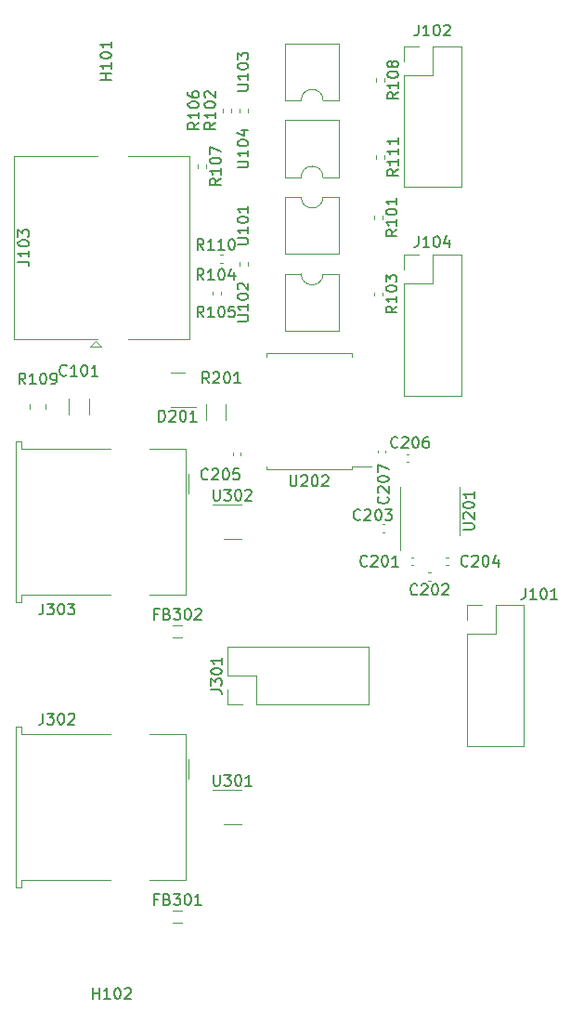
<source format=gbr>
G04 #@! TF.GenerationSoftware,KiCad,Pcbnew,7.0.9-7.0.9~ubuntu23.04.1*
G04 #@! TF.CreationDate,2024-01-20T22:21:10+00:00*
G04 #@! TF.ProjectId,nascontrol-remote,6e617363-6f6e-4747-926f-6c2d72656d6f,rev?*
G04 #@! TF.SameCoordinates,Original*
G04 #@! TF.FileFunction,Legend,Top*
G04 #@! TF.FilePolarity,Positive*
%FSLAX46Y46*%
G04 Gerber Fmt 4.6, Leading zero omitted, Abs format (unit mm)*
G04 Created by KiCad (PCBNEW 7.0.9-7.0.9~ubuntu23.04.1) date 2024-01-20 22:21:10*
%MOMM*%
%LPD*%
G01*
G04 APERTURE LIST*
%ADD10C,0.150000*%
%ADD11C,0.120000*%
%ADD12C,6.400000*%
%ADD13R,1.500000X1.600000*%
%ADD14C,1.600000*%
%ADD15C,3.000000*%
%ADD16C,3.250000*%
%ADD17R,1.500000X1.500000*%
%ADD18C,1.500000*%
%ADD19C,2.300000*%
%ADD20R,2.000000X1.780000*%
%ADD21R,1.700000X1.700000*%
%ADD22O,1.700000X1.700000*%
G04 APERTURE END LIST*
D10*
X107285714Y-149454819D02*
X107285714Y-148454819D01*
X107285714Y-148931009D02*
X107857142Y-148931009D01*
X107857142Y-149454819D02*
X107857142Y-148454819D01*
X108857142Y-149454819D02*
X108285714Y-149454819D01*
X108571428Y-149454819D02*
X108571428Y-148454819D01*
X108571428Y-148454819D02*
X108476190Y-148597676D01*
X108476190Y-148597676D02*
X108380952Y-148692914D01*
X108380952Y-148692914D02*
X108285714Y-148740533D01*
X109476190Y-148454819D02*
X109571428Y-148454819D01*
X109571428Y-148454819D02*
X109666666Y-148502438D01*
X109666666Y-148502438D02*
X109714285Y-148550057D01*
X109714285Y-148550057D02*
X109761904Y-148645295D01*
X109761904Y-148645295D02*
X109809523Y-148835771D01*
X109809523Y-148835771D02*
X109809523Y-149073866D01*
X109809523Y-149073866D02*
X109761904Y-149264342D01*
X109761904Y-149264342D02*
X109714285Y-149359580D01*
X109714285Y-149359580D02*
X109666666Y-149407200D01*
X109666666Y-149407200D02*
X109571428Y-149454819D01*
X109571428Y-149454819D02*
X109476190Y-149454819D01*
X109476190Y-149454819D02*
X109380952Y-149407200D01*
X109380952Y-149407200D02*
X109333333Y-149359580D01*
X109333333Y-149359580D02*
X109285714Y-149264342D01*
X109285714Y-149264342D02*
X109238095Y-149073866D01*
X109238095Y-149073866D02*
X109238095Y-148835771D01*
X109238095Y-148835771D02*
X109285714Y-148645295D01*
X109285714Y-148645295D02*
X109333333Y-148550057D01*
X109333333Y-148550057D02*
X109380952Y-148502438D01*
X109380952Y-148502438D02*
X109476190Y-148454819D01*
X110190476Y-148550057D02*
X110238095Y-148502438D01*
X110238095Y-148502438D02*
X110333333Y-148454819D01*
X110333333Y-148454819D02*
X110571428Y-148454819D01*
X110571428Y-148454819D02*
X110666666Y-148502438D01*
X110666666Y-148502438D02*
X110714285Y-148550057D01*
X110714285Y-148550057D02*
X110761904Y-148645295D01*
X110761904Y-148645295D02*
X110761904Y-148740533D01*
X110761904Y-148740533D02*
X110714285Y-148883390D01*
X110714285Y-148883390D02*
X110142857Y-149454819D01*
X110142857Y-149454819D02*
X110761904Y-149454819D01*
X136860952Y-112559580D02*
X136813333Y-112607200D01*
X136813333Y-112607200D02*
X136670476Y-112654819D01*
X136670476Y-112654819D02*
X136575238Y-112654819D01*
X136575238Y-112654819D02*
X136432381Y-112607200D01*
X136432381Y-112607200D02*
X136337143Y-112511961D01*
X136337143Y-112511961D02*
X136289524Y-112416723D01*
X136289524Y-112416723D02*
X136241905Y-112226247D01*
X136241905Y-112226247D02*
X136241905Y-112083390D01*
X136241905Y-112083390D02*
X136289524Y-111892914D01*
X136289524Y-111892914D02*
X136337143Y-111797676D01*
X136337143Y-111797676D02*
X136432381Y-111702438D01*
X136432381Y-111702438D02*
X136575238Y-111654819D01*
X136575238Y-111654819D02*
X136670476Y-111654819D01*
X136670476Y-111654819D02*
X136813333Y-111702438D01*
X136813333Y-111702438D02*
X136860952Y-111750057D01*
X137241905Y-111750057D02*
X137289524Y-111702438D01*
X137289524Y-111702438D02*
X137384762Y-111654819D01*
X137384762Y-111654819D02*
X137622857Y-111654819D01*
X137622857Y-111654819D02*
X137718095Y-111702438D01*
X137718095Y-111702438D02*
X137765714Y-111750057D01*
X137765714Y-111750057D02*
X137813333Y-111845295D01*
X137813333Y-111845295D02*
X137813333Y-111940533D01*
X137813333Y-111940533D02*
X137765714Y-112083390D01*
X137765714Y-112083390D02*
X137194286Y-112654819D01*
X137194286Y-112654819D02*
X137813333Y-112654819D01*
X138432381Y-111654819D02*
X138527619Y-111654819D01*
X138527619Y-111654819D02*
X138622857Y-111702438D01*
X138622857Y-111702438D02*
X138670476Y-111750057D01*
X138670476Y-111750057D02*
X138718095Y-111845295D01*
X138718095Y-111845295D02*
X138765714Y-112035771D01*
X138765714Y-112035771D02*
X138765714Y-112273866D01*
X138765714Y-112273866D02*
X138718095Y-112464342D01*
X138718095Y-112464342D02*
X138670476Y-112559580D01*
X138670476Y-112559580D02*
X138622857Y-112607200D01*
X138622857Y-112607200D02*
X138527619Y-112654819D01*
X138527619Y-112654819D02*
X138432381Y-112654819D01*
X138432381Y-112654819D02*
X138337143Y-112607200D01*
X138337143Y-112607200D02*
X138289524Y-112559580D01*
X138289524Y-112559580D02*
X138241905Y-112464342D01*
X138241905Y-112464342D02*
X138194286Y-112273866D01*
X138194286Y-112273866D02*
X138194286Y-112035771D01*
X138194286Y-112035771D02*
X138241905Y-111845295D01*
X138241905Y-111845295D02*
X138289524Y-111750057D01*
X138289524Y-111750057D02*
X138337143Y-111702438D01*
X138337143Y-111702438D02*
X138432381Y-111654819D01*
X139146667Y-111750057D02*
X139194286Y-111702438D01*
X139194286Y-111702438D02*
X139289524Y-111654819D01*
X139289524Y-111654819D02*
X139527619Y-111654819D01*
X139527619Y-111654819D02*
X139622857Y-111702438D01*
X139622857Y-111702438D02*
X139670476Y-111750057D01*
X139670476Y-111750057D02*
X139718095Y-111845295D01*
X139718095Y-111845295D02*
X139718095Y-111940533D01*
X139718095Y-111940533D02*
X139670476Y-112083390D01*
X139670476Y-112083390D02*
X139099048Y-112654819D01*
X139099048Y-112654819D02*
X139718095Y-112654819D01*
X113214285Y-114381009D02*
X112880952Y-114381009D01*
X112880952Y-114904819D02*
X112880952Y-113904819D01*
X112880952Y-113904819D02*
X113357142Y-113904819D01*
X114071428Y-114381009D02*
X114214285Y-114428628D01*
X114214285Y-114428628D02*
X114261904Y-114476247D01*
X114261904Y-114476247D02*
X114309523Y-114571485D01*
X114309523Y-114571485D02*
X114309523Y-114714342D01*
X114309523Y-114714342D02*
X114261904Y-114809580D01*
X114261904Y-114809580D02*
X114214285Y-114857200D01*
X114214285Y-114857200D02*
X114119047Y-114904819D01*
X114119047Y-114904819D02*
X113738095Y-114904819D01*
X113738095Y-114904819D02*
X113738095Y-113904819D01*
X113738095Y-113904819D02*
X114071428Y-113904819D01*
X114071428Y-113904819D02*
X114166666Y-113952438D01*
X114166666Y-113952438D02*
X114214285Y-114000057D01*
X114214285Y-114000057D02*
X114261904Y-114095295D01*
X114261904Y-114095295D02*
X114261904Y-114190533D01*
X114261904Y-114190533D02*
X114214285Y-114285771D01*
X114214285Y-114285771D02*
X114166666Y-114333390D01*
X114166666Y-114333390D02*
X114071428Y-114381009D01*
X114071428Y-114381009D02*
X113738095Y-114381009D01*
X114642857Y-113904819D02*
X115261904Y-113904819D01*
X115261904Y-113904819D02*
X114928571Y-114285771D01*
X114928571Y-114285771D02*
X115071428Y-114285771D01*
X115071428Y-114285771D02*
X115166666Y-114333390D01*
X115166666Y-114333390D02*
X115214285Y-114381009D01*
X115214285Y-114381009D02*
X115261904Y-114476247D01*
X115261904Y-114476247D02*
X115261904Y-114714342D01*
X115261904Y-114714342D02*
X115214285Y-114809580D01*
X115214285Y-114809580D02*
X115166666Y-114857200D01*
X115166666Y-114857200D02*
X115071428Y-114904819D01*
X115071428Y-114904819D02*
X114785714Y-114904819D01*
X114785714Y-114904819D02*
X114690476Y-114857200D01*
X114690476Y-114857200D02*
X114642857Y-114809580D01*
X115880952Y-113904819D02*
X115976190Y-113904819D01*
X115976190Y-113904819D02*
X116071428Y-113952438D01*
X116071428Y-113952438D02*
X116119047Y-114000057D01*
X116119047Y-114000057D02*
X116166666Y-114095295D01*
X116166666Y-114095295D02*
X116214285Y-114285771D01*
X116214285Y-114285771D02*
X116214285Y-114523866D01*
X116214285Y-114523866D02*
X116166666Y-114714342D01*
X116166666Y-114714342D02*
X116119047Y-114809580D01*
X116119047Y-114809580D02*
X116071428Y-114857200D01*
X116071428Y-114857200D02*
X115976190Y-114904819D01*
X115976190Y-114904819D02*
X115880952Y-114904819D01*
X115880952Y-114904819D02*
X115785714Y-114857200D01*
X115785714Y-114857200D02*
X115738095Y-114809580D01*
X115738095Y-114809580D02*
X115690476Y-114714342D01*
X115690476Y-114714342D02*
X115642857Y-114523866D01*
X115642857Y-114523866D02*
X115642857Y-114285771D01*
X115642857Y-114285771D02*
X115690476Y-114095295D01*
X115690476Y-114095295D02*
X115738095Y-114000057D01*
X115738095Y-114000057D02*
X115785714Y-113952438D01*
X115785714Y-113952438D02*
X115880952Y-113904819D01*
X116595238Y-114000057D02*
X116642857Y-113952438D01*
X116642857Y-113952438D02*
X116738095Y-113904819D01*
X116738095Y-113904819D02*
X116976190Y-113904819D01*
X116976190Y-113904819D02*
X117071428Y-113952438D01*
X117071428Y-113952438D02*
X117119047Y-114000057D01*
X117119047Y-114000057D02*
X117166666Y-114095295D01*
X117166666Y-114095295D02*
X117166666Y-114190533D01*
X117166666Y-114190533D02*
X117119047Y-114333390D01*
X117119047Y-114333390D02*
X116547619Y-114904819D01*
X116547619Y-114904819D02*
X117166666Y-114904819D01*
X102714285Y-123454819D02*
X102714285Y-124169104D01*
X102714285Y-124169104D02*
X102666666Y-124311961D01*
X102666666Y-124311961D02*
X102571428Y-124407200D01*
X102571428Y-124407200D02*
X102428571Y-124454819D01*
X102428571Y-124454819D02*
X102333333Y-124454819D01*
X103095238Y-123454819D02*
X103714285Y-123454819D01*
X103714285Y-123454819D02*
X103380952Y-123835771D01*
X103380952Y-123835771D02*
X103523809Y-123835771D01*
X103523809Y-123835771D02*
X103619047Y-123883390D01*
X103619047Y-123883390D02*
X103666666Y-123931009D01*
X103666666Y-123931009D02*
X103714285Y-124026247D01*
X103714285Y-124026247D02*
X103714285Y-124264342D01*
X103714285Y-124264342D02*
X103666666Y-124359580D01*
X103666666Y-124359580D02*
X103619047Y-124407200D01*
X103619047Y-124407200D02*
X103523809Y-124454819D01*
X103523809Y-124454819D02*
X103238095Y-124454819D01*
X103238095Y-124454819D02*
X103142857Y-124407200D01*
X103142857Y-124407200D02*
X103095238Y-124359580D01*
X104333333Y-123454819D02*
X104428571Y-123454819D01*
X104428571Y-123454819D02*
X104523809Y-123502438D01*
X104523809Y-123502438D02*
X104571428Y-123550057D01*
X104571428Y-123550057D02*
X104619047Y-123645295D01*
X104619047Y-123645295D02*
X104666666Y-123835771D01*
X104666666Y-123835771D02*
X104666666Y-124073866D01*
X104666666Y-124073866D02*
X104619047Y-124264342D01*
X104619047Y-124264342D02*
X104571428Y-124359580D01*
X104571428Y-124359580D02*
X104523809Y-124407200D01*
X104523809Y-124407200D02*
X104428571Y-124454819D01*
X104428571Y-124454819D02*
X104333333Y-124454819D01*
X104333333Y-124454819D02*
X104238095Y-124407200D01*
X104238095Y-124407200D02*
X104190476Y-124359580D01*
X104190476Y-124359580D02*
X104142857Y-124264342D01*
X104142857Y-124264342D02*
X104095238Y-124073866D01*
X104095238Y-124073866D02*
X104095238Y-123835771D01*
X104095238Y-123835771D02*
X104142857Y-123645295D01*
X104142857Y-123645295D02*
X104190476Y-123550057D01*
X104190476Y-123550057D02*
X104238095Y-123502438D01*
X104238095Y-123502438D02*
X104333333Y-123454819D01*
X105047619Y-123550057D02*
X105095238Y-123502438D01*
X105095238Y-123502438D02*
X105190476Y-123454819D01*
X105190476Y-123454819D02*
X105428571Y-123454819D01*
X105428571Y-123454819D02*
X105523809Y-123502438D01*
X105523809Y-123502438D02*
X105571428Y-123550057D01*
X105571428Y-123550057D02*
X105619047Y-123645295D01*
X105619047Y-123645295D02*
X105619047Y-123740533D01*
X105619047Y-123740533D02*
X105571428Y-123883390D01*
X105571428Y-123883390D02*
X105000000Y-124454819D01*
X105000000Y-124454819D02*
X105619047Y-124454819D01*
X118285714Y-129054819D02*
X118285714Y-129864342D01*
X118285714Y-129864342D02*
X118333333Y-129959580D01*
X118333333Y-129959580D02*
X118380952Y-130007200D01*
X118380952Y-130007200D02*
X118476190Y-130054819D01*
X118476190Y-130054819D02*
X118666666Y-130054819D01*
X118666666Y-130054819D02*
X118761904Y-130007200D01*
X118761904Y-130007200D02*
X118809523Y-129959580D01*
X118809523Y-129959580D02*
X118857142Y-129864342D01*
X118857142Y-129864342D02*
X118857142Y-129054819D01*
X119238095Y-129054819D02*
X119857142Y-129054819D01*
X119857142Y-129054819D02*
X119523809Y-129435771D01*
X119523809Y-129435771D02*
X119666666Y-129435771D01*
X119666666Y-129435771D02*
X119761904Y-129483390D01*
X119761904Y-129483390D02*
X119809523Y-129531009D01*
X119809523Y-129531009D02*
X119857142Y-129626247D01*
X119857142Y-129626247D02*
X119857142Y-129864342D01*
X119857142Y-129864342D02*
X119809523Y-129959580D01*
X119809523Y-129959580D02*
X119761904Y-130007200D01*
X119761904Y-130007200D02*
X119666666Y-130054819D01*
X119666666Y-130054819D02*
X119380952Y-130054819D01*
X119380952Y-130054819D02*
X119285714Y-130007200D01*
X119285714Y-130007200D02*
X119238095Y-129959580D01*
X120476190Y-129054819D02*
X120571428Y-129054819D01*
X120571428Y-129054819D02*
X120666666Y-129102438D01*
X120666666Y-129102438D02*
X120714285Y-129150057D01*
X120714285Y-129150057D02*
X120761904Y-129245295D01*
X120761904Y-129245295D02*
X120809523Y-129435771D01*
X120809523Y-129435771D02*
X120809523Y-129673866D01*
X120809523Y-129673866D02*
X120761904Y-129864342D01*
X120761904Y-129864342D02*
X120714285Y-129959580D01*
X120714285Y-129959580D02*
X120666666Y-130007200D01*
X120666666Y-130007200D02*
X120571428Y-130054819D01*
X120571428Y-130054819D02*
X120476190Y-130054819D01*
X120476190Y-130054819D02*
X120380952Y-130007200D01*
X120380952Y-130007200D02*
X120333333Y-129959580D01*
X120333333Y-129959580D02*
X120285714Y-129864342D01*
X120285714Y-129864342D02*
X120238095Y-129673866D01*
X120238095Y-129673866D02*
X120238095Y-129435771D01*
X120238095Y-129435771D02*
X120285714Y-129245295D01*
X120285714Y-129245295D02*
X120333333Y-129150057D01*
X120333333Y-129150057D02*
X120380952Y-129102438D01*
X120380952Y-129102438D02*
X120476190Y-129054819D01*
X121761904Y-130054819D02*
X121190476Y-130054819D01*
X121476190Y-130054819D02*
X121476190Y-129054819D01*
X121476190Y-129054819D02*
X121380952Y-129197676D01*
X121380952Y-129197676D02*
X121285714Y-129292914D01*
X121285714Y-129292914D02*
X121190476Y-129340533D01*
X132280952Y-109959580D02*
X132233333Y-110007200D01*
X132233333Y-110007200D02*
X132090476Y-110054819D01*
X132090476Y-110054819D02*
X131995238Y-110054819D01*
X131995238Y-110054819D02*
X131852381Y-110007200D01*
X131852381Y-110007200D02*
X131757143Y-109911961D01*
X131757143Y-109911961D02*
X131709524Y-109816723D01*
X131709524Y-109816723D02*
X131661905Y-109626247D01*
X131661905Y-109626247D02*
X131661905Y-109483390D01*
X131661905Y-109483390D02*
X131709524Y-109292914D01*
X131709524Y-109292914D02*
X131757143Y-109197676D01*
X131757143Y-109197676D02*
X131852381Y-109102438D01*
X131852381Y-109102438D02*
X131995238Y-109054819D01*
X131995238Y-109054819D02*
X132090476Y-109054819D01*
X132090476Y-109054819D02*
X132233333Y-109102438D01*
X132233333Y-109102438D02*
X132280952Y-109150057D01*
X132661905Y-109150057D02*
X132709524Y-109102438D01*
X132709524Y-109102438D02*
X132804762Y-109054819D01*
X132804762Y-109054819D02*
X133042857Y-109054819D01*
X133042857Y-109054819D02*
X133138095Y-109102438D01*
X133138095Y-109102438D02*
X133185714Y-109150057D01*
X133185714Y-109150057D02*
X133233333Y-109245295D01*
X133233333Y-109245295D02*
X133233333Y-109340533D01*
X133233333Y-109340533D02*
X133185714Y-109483390D01*
X133185714Y-109483390D02*
X132614286Y-110054819D01*
X132614286Y-110054819D02*
X133233333Y-110054819D01*
X133852381Y-109054819D02*
X133947619Y-109054819D01*
X133947619Y-109054819D02*
X134042857Y-109102438D01*
X134042857Y-109102438D02*
X134090476Y-109150057D01*
X134090476Y-109150057D02*
X134138095Y-109245295D01*
X134138095Y-109245295D02*
X134185714Y-109435771D01*
X134185714Y-109435771D02*
X134185714Y-109673866D01*
X134185714Y-109673866D02*
X134138095Y-109864342D01*
X134138095Y-109864342D02*
X134090476Y-109959580D01*
X134090476Y-109959580D02*
X134042857Y-110007200D01*
X134042857Y-110007200D02*
X133947619Y-110054819D01*
X133947619Y-110054819D02*
X133852381Y-110054819D01*
X133852381Y-110054819D02*
X133757143Y-110007200D01*
X133757143Y-110007200D02*
X133709524Y-109959580D01*
X133709524Y-109959580D02*
X133661905Y-109864342D01*
X133661905Y-109864342D02*
X133614286Y-109673866D01*
X133614286Y-109673866D02*
X133614286Y-109435771D01*
X133614286Y-109435771D02*
X133661905Y-109245295D01*
X133661905Y-109245295D02*
X133709524Y-109150057D01*
X133709524Y-109150057D02*
X133757143Y-109102438D01*
X133757143Y-109102438D02*
X133852381Y-109054819D01*
X135138095Y-110054819D02*
X134566667Y-110054819D01*
X134852381Y-110054819D02*
X134852381Y-109054819D01*
X134852381Y-109054819D02*
X134757143Y-109197676D01*
X134757143Y-109197676D02*
X134661905Y-109292914D01*
X134661905Y-109292914D02*
X134566667Y-109340533D01*
X100454819Y-82285714D02*
X101169104Y-82285714D01*
X101169104Y-82285714D02*
X101311961Y-82333333D01*
X101311961Y-82333333D02*
X101407200Y-82428571D01*
X101407200Y-82428571D02*
X101454819Y-82571428D01*
X101454819Y-82571428D02*
X101454819Y-82666666D01*
X101454819Y-81285714D02*
X101454819Y-81857142D01*
X101454819Y-81571428D02*
X100454819Y-81571428D01*
X100454819Y-81571428D02*
X100597676Y-81666666D01*
X100597676Y-81666666D02*
X100692914Y-81761904D01*
X100692914Y-81761904D02*
X100740533Y-81857142D01*
X100454819Y-80666666D02*
X100454819Y-80571428D01*
X100454819Y-80571428D02*
X100502438Y-80476190D01*
X100502438Y-80476190D02*
X100550057Y-80428571D01*
X100550057Y-80428571D02*
X100645295Y-80380952D01*
X100645295Y-80380952D02*
X100835771Y-80333333D01*
X100835771Y-80333333D02*
X101073866Y-80333333D01*
X101073866Y-80333333D02*
X101264342Y-80380952D01*
X101264342Y-80380952D02*
X101359580Y-80428571D01*
X101359580Y-80428571D02*
X101407200Y-80476190D01*
X101407200Y-80476190D02*
X101454819Y-80571428D01*
X101454819Y-80571428D02*
X101454819Y-80666666D01*
X101454819Y-80666666D02*
X101407200Y-80761904D01*
X101407200Y-80761904D02*
X101359580Y-80809523D01*
X101359580Y-80809523D02*
X101264342Y-80857142D01*
X101264342Y-80857142D02*
X101073866Y-80904761D01*
X101073866Y-80904761D02*
X100835771Y-80904761D01*
X100835771Y-80904761D02*
X100645295Y-80857142D01*
X100645295Y-80857142D02*
X100550057Y-80809523D01*
X100550057Y-80809523D02*
X100502438Y-80761904D01*
X100502438Y-80761904D02*
X100454819Y-80666666D01*
X100454819Y-79999999D02*
X100454819Y-79380952D01*
X100454819Y-79380952D02*
X100835771Y-79714285D01*
X100835771Y-79714285D02*
X100835771Y-79571428D01*
X100835771Y-79571428D02*
X100883390Y-79476190D01*
X100883390Y-79476190D02*
X100931009Y-79428571D01*
X100931009Y-79428571D02*
X101026247Y-79380952D01*
X101026247Y-79380952D02*
X101264342Y-79380952D01*
X101264342Y-79380952D02*
X101359580Y-79428571D01*
X101359580Y-79428571D02*
X101407200Y-79476190D01*
X101407200Y-79476190D02*
X101454819Y-79571428D01*
X101454819Y-79571428D02*
X101454819Y-79857142D01*
X101454819Y-79857142D02*
X101407200Y-79952380D01*
X101407200Y-79952380D02*
X101359580Y-79999999D01*
X120454819Y-87714285D02*
X121264342Y-87714285D01*
X121264342Y-87714285D02*
X121359580Y-87666666D01*
X121359580Y-87666666D02*
X121407200Y-87619047D01*
X121407200Y-87619047D02*
X121454819Y-87523809D01*
X121454819Y-87523809D02*
X121454819Y-87333333D01*
X121454819Y-87333333D02*
X121407200Y-87238095D01*
X121407200Y-87238095D02*
X121359580Y-87190476D01*
X121359580Y-87190476D02*
X121264342Y-87142857D01*
X121264342Y-87142857D02*
X120454819Y-87142857D01*
X121454819Y-86142857D02*
X121454819Y-86714285D01*
X121454819Y-86428571D02*
X120454819Y-86428571D01*
X120454819Y-86428571D02*
X120597676Y-86523809D01*
X120597676Y-86523809D02*
X120692914Y-86619047D01*
X120692914Y-86619047D02*
X120740533Y-86714285D01*
X120454819Y-85523809D02*
X120454819Y-85428571D01*
X120454819Y-85428571D02*
X120502438Y-85333333D01*
X120502438Y-85333333D02*
X120550057Y-85285714D01*
X120550057Y-85285714D02*
X120645295Y-85238095D01*
X120645295Y-85238095D02*
X120835771Y-85190476D01*
X120835771Y-85190476D02*
X121073866Y-85190476D01*
X121073866Y-85190476D02*
X121264342Y-85238095D01*
X121264342Y-85238095D02*
X121359580Y-85285714D01*
X121359580Y-85285714D02*
X121407200Y-85333333D01*
X121407200Y-85333333D02*
X121454819Y-85428571D01*
X121454819Y-85428571D02*
X121454819Y-85523809D01*
X121454819Y-85523809D02*
X121407200Y-85619047D01*
X121407200Y-85619047D02*
X121359580Y-85666666D01*
X121359580Y-85666666D02*
X121264342Y-85714285D01*
X121264342Y-85714285D02*
X121073866Y-85761904D01*
X121073866Y-85761904D02*
X120835771Y-85761904D01*
X120835771Y-85761904D02*
X120645295Y-85714285D01*
X120645295Y-85714285D02*
X120550057Y-85666666D01*
X120550057Y-85666666D02*
X120502438Y-85619047D01*
X120502438Y-85619047D02*
X120454819Y-85523809D01*
X120550057Y-84809523D02*
X120502438Y-84761904D01*
X120502438Y-84761904D02*
X120454819Y-84666666D01*
X120454819Y-84666666D02*
X120454819Y-84428571D01*
X120454819Y-84428571D02*
X120502438Y-84333333D01*
X120502438Y-84333333D02*
X120550057Y-84285714D01*
X120550057Y-84285714D02*
X120645295Y-84238095D01*
X120645295Y-84238095D02*
X120740533Y-84238095D01*
X120740533Y-84238095D02*
X120883390Y-84285714D01*
X120883390Y-84285714D02*
X121454819Y-84857142D01*
X121454819Y-84857142D02*
X121454819Y-84238095D01*
X117880952Y-93354819D02*
X117547619Y-92878628D01*
X117309524Y-93354819D02*
X117309524Y-92354819D01*
X117309524Y-92354819D02*
X117690476Y-92354819D01*
X117690476Y-92354819D02*
X117785714Y-92402438D01*
X117785714Y-92402438D02*
X117833333Y-92450057D01*
X117833333Y-92450057D02*
X117880952Y-92545295D01*
X117880952Y-92545295D02*
X117880952Y-92688152D01*
X117880952Y-92688152D02*
X117833333Y-92783390D01*
X117833333Y-92783390D02*
X117785714Y-92831009D01*
X117785714Y-92831009D02*
X117690476Y-92878628D01*
X117690476Y-92878628D02*
X117309524Y-92878628D01*
X118261905Y-92450057D02*
X118309524Y-92402438D01*
X118309524Y-92402438D02*
X118404762Y-92354819D01*
X118404762Y-92354819D02*
X118642857Y-92354819D01*
X118642857Y-92354819D02*
X118738095Y-92402438D01*
X118738095Y-92402438D02*
X118785714Y-92450057D01*
X118785714Y-92450057D02*
X118833333Y-92545295D01*
X118833333Y-92545295D02*
X118833333Y-92640533D01*
X118833333Y-92640533D02*
X118785714Y-92783390D01*
X118785714Y-92783390D02*
X118214286Y-93354819D01*
X118214286Y-93354819D02*
X118833333Y-93354819D01*
X119452381Y-92354819D02*
X119547619Y-92354819D01*
X119547619Y-92354819D02*
X119642857Y-92402438D01*
X119642857Y-92402438D02*
X119690476Y-92450057D01*
X119690476Y-92450057D02*
X119738095Y-92545295D01*
X119738095Y-92545295D02*
X119785714Y-92735771D01*
X119785714Y-92735771D02*
X119785714Y-92973866D01*
X119785714Y-92973866D02*
X119738095Y-93164342D01*
X119738095Y-93164342D02*
X119690476Y-93259580D01*
X119690476Y-93259580D02*
X119642857Y-93307200D01*
X119642857Y-93307200D02*
X119547619Y-93354819D01*
X119547619Y-93354819D02*
X119452381Y-93354819D01*
X119452381Y-93354819D02*
X119357143Y-93307200D01*
X119357143Y-93307200D02*
X119309524Y-93259580D01*
X119309524Y-93259580D02*
X119261905Y-93164342D01*
X119261905Y-93164342D02*
X119214286Y-92973866D01*
X119214286Y-92973866D02*
X119214286Y-92735771D01*
X119214286Y-92735771D02*
X119261905Y-92545295D01*
X119261905Y-92545295D02*
X119309524Y-92450057D01*
X119309524Y-92450057D02*
X119357143Y-92402438D01*
X119357143Y-92402438D02*
X119452381Y-92354819D01*
X120738095Y-93354819D02*
X120166667Y-93354819D01*
X120452381Y-93354819D02*
X120452381Y-92354819D01*
X120452381Y-92354819D02*
X120357143Y-92497676D01*
X120357143Y-92497676D02*
X120261905Y-92592914D01*
X120261905Y-92592914D02*
X120166667Y-92640533D01*
X146709285Y-112049819D02*
X146709285Y-112764104D01*
X146709285Y-112764104D02*
X146661666Y-112906961D01*
X146661666Y-112906961D02*
X146566428Y-113002200D01*
X146566428Y-113002200D02*
X146423571Y-113049819D01*
X146423571Y-113049819D02*
X146328333Y-113049819D01*
X147709285Y-113049819D02*
X147137857Y-113049819D01*
X147423571Y-113049819D02*
X147423571Y-112049819D01*
X147423571Y-112049819D02*
X147328333Y-112192676D01*
X147328333Y-112192676D02*
X147233095Y-112287914D01*
X147233095Y-112287914D02*
X147137857Y-112335533D01*
X148328333Y-112049819D02*
X148423571Y-112049819D01*
X148423571Y-112049819D02*
X148518809Y-112097438D01*
X148518809Y-112097438D02*
X148566428Y-112145057D01*
X148566428Y-112145057D02*
X148614047Y-112240295D01*
X148614047Y-112240295D02*
X148661666Y-112430771D01*
X148661666Y-112430771D02*
X148661666Y-112668866D01*
X148661666Y-112668866D02*
X148614047Y-112859342D01*
X148614047Y-112859342D02*
X148566428Y-112954580D01*
X148566428Y-112954580D02*
X148518809Y-113002200D01*
X148518809Y-113002200D02*
X148423571Y-113049819D01*
X148423571Y-113049819D02*
X148328333Y-113049819D01*
X148328333Y-113049819D02*
X148233095Y-113002200D01*
X148233095Y-113002200D02*
X148185476Y-112954580D01*
X148185476Y-112954580D02*
X148137857Y-112859342D01*
X148137857Y-112859342D02*
X148090238Y-112668866D01*
X148090238Y-112668866D02*
X148090238Y-112430771D01*
X148090238Y-112430771D02*
X148137857Y-112240295D01*
X148137857Y-112240295D02*
X148185476Y-112145057D01*
X148185476Y-112145057D02*
X148233095Y-112097438D01*
X148233095Y-112097438D02*
X148328333Y-112049819D01*
X149614047Y-113049819D02*
X149042619Y-113049819D01*
X149328333Y-113049819D02*
X149328333Y-112049819D01*
X149328333Y-112049819D02*
X149233095Y-112192676D01*
X149233095Y-112192676D02*
X149137857Y-112287914D01*
X149137857Y-112287914D02*
X149042619Y-112335533D01*
X117380952Y-87354819D02*
X117047619Y-86878628D01*
X116809524Y-87354819D02*
X116809524Y-86354819D01*
X116809524Y-86354819D02*
X117190476Y-86354819D01*
X117190476Y-86354819D02*
X117285714Y-86402438D01*
X117285714Y-86402438D02*
X117333333Y-86450057D01*
X117333333Y-86450057D02*
X117380952Y-86545295D01*
X117380952Y-86545295D02*
X117380952Y-86688152D01*
X117380952Y-86688152D02*
X117333333Y-86783390D01*
X117333333Y-86783390D02*
X117285714Y-86831009D01*
X117285714Y-86831009D02*
X117190476Y-86878628D01*
X117190476Y-86878628D02*
X116809524Y-86878628D01*
X118333333Y-87354819D02*
X117761905Y-87354819D01*
X118047619Y-87354819D02*
X118047619Y-86354819D01*
X118047619Y-86354819D02*
X117952381Y-86497676D01*
X117952381Y-86497676D02*
X117857143Y-86592914D01*
X117857143Y-86592914D02*
X117761905Y-86640533D01*
X118952381Y-86354819D02*
X119047619Y-86354819D01*
X119047619Y-86354819D02*
X119142857Y-86402438D01*
X119142857Y-86402438D02*
X119190476Y-86450057D01*
X119190476Y-86450057D02*
X119238095Y-86545295D01*
X119238095Y-86545295D02*
X119285714Y-86735771D01*
X119285714Y-86735771D02*
X119285714Y-86973866D01*
X119285714Y-86973866D02*
X119238095Y-87164342D01*
X119238095Y-87164342D02*
X119190476Y-87259580D01*
X119190476Y-87259580D02*
X119142857Y-87307200D01*
X119142857Y-87307200D02*
X119047619Y-87354819D01*
X119047619Y-87354819D02*
X118952381Y-87354819D01*
X118952381Y-87354819D02*
X118857143Y-87307200D01*
X118857143Y-87307200D02*
X118809524Y-87259580D01*
X118809524Y-87259580D02*
X118761905Y-87164342D01*
X118761905Y-87164342D02*
X118714286Y-86973866D01*
X118714286Y-86973866D02*
X118714286Y-86735771D01*
X118714286Y-86735771D02*
X118761905Y-86545295D01*
X118761905Y-86545295D02*
X118809524Y-86450057D01*
X118809524Y-86450057D02*
X118857143Y-86402438D01*
X118857143Y-86402438D02*
X118952381Y-86354819D01*
X120190476Y-86354819D02*
X119714286Y-86354819D01*
X119714286Y-86354819D02*
X119666667Y-86831009D01*
X119666667Y-86831009D02*
X119714286Y-86783390D01*
X119714286Y-86783390D02*
X119809524Y-86735771D01*
X119809524Y-86735771D02*
X120047619Y-86735771D01*
X120047619Y-86735771D02*
X120142857Y-86783390D01*
X120142857Y-86783390D02*
X120190476Y-86831009D01*
X120190476Y-86831009D02*
X120238095Y-86926247D01*
X120238095Y-86926247D02*
X120238095Y-87164342D01*
X120238095Y-87164342D02*
X120190476Y-87259580D01*
X120190476Y-87259580D02*
X120142857Y-87307200D01*
X120142857Y-87307200D02*
X120047619Y-87354819D01*
X120047619Y-87354819D02*
X119809524Y-87354819D01*
X119809524Y-87354819D02*
X119714286Y-87307200D01*
X119714286Y-87307200D02*
X119666667Y-87259580D01*
X125285714Y-101754819D02*
X125285714Y-102564342D01*
X125285714Y-102564342D02*
X125333333Y-102659580D01*
X125333333Y-102659580D02*
X125380952Y-102707200D01*
X125380952Y-102707200D02*
X125476190Y-102754819D01*
X125476190Y-102754819D02*
X125666666Y-102754819D01*
X125666666Y-102754819D02*
X125761904Y-102707200D01*
X125761904Y-102707200D02*
X125809523Y-102659580D01*
X125809523Y-102659580D02*
X125857142Y-102564342D01*
X125857142Y-102564342D02*
X125857142Y-101754819D01*
X126285714Y-101850057D02*
X126333333Y-101802438D01*
X126333333Y-101802438D02*
X126428571Y-101754819D01*
X126428571Y-101754819D02*
X126666666Y-101754819D01*
X126666666Y-101754819D02*
X126761904Y-101802438D01*
X126761904Y-101802438D02*
X126809523Y-101850057D01*
X126809523Y-101850057D02*
X126857142Y-101945295D01*
X126857142Y-101945295D02*
X126857142Y-102040533D01*
X126857142Y-102040533D02*
X126809523Y-102183390D01*
X126809523Y-102183390D02*
X126238095Y-102754819D01*
X126238095Y-102754819D02*
X126857142Y-102754819D01*
X127476190Y-101754819D02*
X127571428Y-101754819D01*
X127571428Y-101754819D02*
X127666666Y-101802438D01*
X127666666Y-101802438D02*
X127714285Y-101850057D01*
X127714285Y-101850057D02*
X127761904Y-101945295D01*
X127761904Y-101945295D02*
X127809523Y-102135771D01*
X127809523Y-102135771D02*
X127809523Y-102373866D01*
X127809523Y-102373866D02*
X127761904Y-102564342D01*
X127761904Y-102564342D02*
X127714285Y-102659580D01*
X127714285Y-102659580D02*
X127666666Y-102707200D01*
X127666666Y-102707200D02*
X127571428Y-102754819D01*
X127571428Y-102754819D02*
X127476190Y-102754819D01*
X127476190Y-102754819D02*
X127380952Y-102707200D01*
X127380952Y-102707200D02*
X127333333Y-102659580D01*
X127333333Y-102659580D02*
X127285714Y-102564342D01*
X127285714Y-102564342D02*
X127238095Y-102373866D01*
X127238095Y-102373866D02*
X127238095Y-102135771D01*
X127238095Y-102135771D02*
X127285714Y-101945295D01*
X127285714Y-101945295D02*
X127333333Y-101850057D01*
X127333333Y-101850057D02*
X127380952Y-101802438D01*
X127380952Y-101802438D02*
X127476190Y-101754819D01*
X128190476Y-101850057D02*
X128238095Y-101802438D01*
X128238095Y-101802438D02*
X128333333Y-101754819D01*
X128333333Y-101754819D02*
X128571428Y-101754819D01*
X128571428Y-101754819D02*
X128666666Y-101802438D01*
X128666666Y-101802438D02*
X128714285Y-101850057D01*
X128714285Y-101850057D02*
X128761904Y-101945295D01*
X128761904Y-101945295D02*
X128761904Y-102040533D01*
X128761904Y-102040533D02*
X128714285Y-102183390D01*
X128714285Y-102183390D02*
X128142857Y-102754819D01*
X128142857Y-102754819D02*
X128761904Y-102754819D01*
X118454819Y-69619047D02*
X117978628Y-69952380D01*
X118454819Y-70190475D02*
X117454819Y-70190475D01*
X117454819Y-70190475D02*
X117454819Y-69809523D01*
X117454819Y-69809523D02*
X117502438Y-69714285D01*
X117502438Y-69714285D02*
X117550057Y-69666666D01*
X117550057Y-69666666D02*
X117645295Y-69619047D01*
X117645295Y-69619047D02*
X117788152Y-69619047D01*
X117788152Y-69619047D02*
X117883390Y-69666666D01*
X117883390Y-69666666D02*
X117931009Y-69714285D01*
X117931009Y-69714285D02*
X117978628Y-69809523D01*
X117978628Y-69809523D02*
X117978628Y-70190475D01*
X118454819Y-68666666D02*
X118454819Y-69238094D01*
X118454819Y-68952380D02*
X117454819Y-68952380D01*
X117454819Y-68952380D02*
X117597676Y-69047618D01*
X117597676Y-69047618D02*
X117692914Y-69142856D01*
X117692914Y-69142856D02*
X117740533Y-69238094D01*
X117454819Y-68047618D02*
X117454819Y-67952380D01*
X117454819Y-67952380D02*
X117502438Y-67857142D01*
X117502438Y-67857142D02*
X117550057Y-67809523D01*
X117550057Y-67809523D02*
X117645295Y-67761904D01*
X117645295Y-67761904D02*
X117835771Y-67714285D01*
X117835771Y-67714285D02*
X118073866Y-67714285D01*
X118073866Y-67714285D02*
X118264342Y-67761904D01*
X118264342Y-67761904D02*
X118359580Y-67809523D01*
X118359580Y-67809523D02*
X118407200Y-67857142D01*
X118407200Y-67857142D02*
X118454819Y-67952380D01*
X118454819Y-67952380D02*
X118454819Y-68047618D01*
X118454819Y-68047618D02*
X118407200Y-68142856D01*
X118407200Y-68142856D02*
X118359580Y-68190475D01*
X118359580Y-68190475D02*
X118264342Y-68238094D01*
X118264342Y-68238094D02*
X118073866Y-68285713D01*
X118073866Y-68285713D02*
X117835771Y-68285713D01*
X117835771Y-68285713D02*
X117645295Y-68238094D01*
X117645295Y-68238094D02*
X117550057Y-68190475D01*
X117550057Y-68190475D02*
X117502438Y-68142856D01*
X117502438Y-68142856D02*
X117454819Y-68047618D01*
X117550057Y-67333332D02*
X117502438Y-67285713D01*
X117502438Y-67285713D02*
X117454819Y-67190475D01*
X117454819Y-67190475D02*
X117454819Y-66952380D01*
X117454819Y-66952380D02*
X117502438Y-66857142D01*
X117502438Y-66857142D02*
X117550057Y-66809523D01*
X117550057Y-66809523D02*
X117645295Y-66761904D01*
X117645295Y-66761904D02*
X117740533Y-66761904D01*
X117740533Y-66761904D02*
X117883390Y-66809523D01*
X117883390Y-66809523D02*
X118454819Y-67380951D01*
X118454819Y-67380951D02*
X118454819Y-66761904D01*
X118954819Y-74719047D02*
X118478628Y-75052380D01*
X118954819Y-75290475D02*
X117954819Y-75290475D01*
X117954819Y-75290475D02*
X117954819Y-74909523D01*
X117954819Y-74909523D02*
X118002438Y-74814285D01*
X118002438Y-74814285D02*
X118050057Y-74766666D01*
X118050057Y-74766666D02*
X118145295Y-74719047D01*
X118145295Y-74719047D02*
X118288152Y-74719047D01*
X118288152Y-74719047D02*
X118383390Y-74766666D01*
X118383390Y-74766666D02*
X118431009Y-74814285D01*
X118431009Y-74814285D02*
X118478628Y-74909523D01*
X118478628Y-74909523D02*
X118478628Y-75290475D01*
X118954819Y-73766666D02*
X118954819Y-74338094D01*
X118954819Y-74052380D02*
X117954819Y-74052380D01*
X117954819Y-74052380D02*
X118097676Y-74147618D01*
X118097676Y-74147618D02*
X118192914Y-74242856D01*
X118192914Y-74242856D02*
X118240533Y-74338094D01*
X117954819Y-73147618D02*
X117954819Y-73052380D01*
X117954819Y-73052380D02*
X118002438Y-72957142D01*
X118002438Y-72957142D02*
X118050057Y-72909523D01*
X118050057Y-72909523D02*
X118145295Y-72861904D01*
X118145295Y-72861904D02*
X118335771Y-72814285D01*
X118335771Y-72814285D02*
X118573866Y-72814285D01*
X118573866Y-72814285D02*
X118764342Y-72861904D01*
X118764342Y-72861904D02*
X118859580Y-72909523D01*
X118859580Y-72909523D02*
X118907200Y-72957142D01*
X118907200Y-72957142D02*
X118954819Y-73052380D01*
X118954819Y-73052380D02*
X118954819Y-73147618D01*
X118954819Y-73147618D02*
X118907200Y-73242856D01*
X118907200Y-73242856D02*
X118859580Y-73290475D01*
X118859580Y-73290475D02*
X118764342Y-73338094D01*
X118764342Y-73338094D02*
X118573866Y-73385713D01*
X118573866Y-73385713D02*
X118335771Y-73385713D01*
X118335771Y-73385713D02*
X118145295Y-73338094D01*
X118145295Y-73338094D02*
X118050057Y-73290475D01*
X118050057Y-73290475D02*
X118002438Y-73242856D01*
X118002438Y-73242856D02*
X117954819Y-73147618D01*
X117954819Y-72480951D02*
X117954819Y-71814285D01*
X117954819Y-71814285D02*
X118954819Y-72242856D01*
X120454819Y-73714285D02*
X121264342Y-73714285D01*
X121264342Y-73714285D02*
X121359580Y-73666666D01*
X121359580Y-73666666D02*
X121407200Y-73619047D01*
X121407200Y-73619047D02*
X121454819Y-73523809D01*
X121454819Y-73523809D02*
X121454819Y-73333333D01*
X121454819Y-73333333D02*
X121407200Y-73238095D01*
X121407200Y-73238095D02*
X121359580Y-73190476D01*
X121359580Y-73190476D02*
X121264342Y-73142857D01*
X121264342Y-73142857D02*
X120454819Y-73142857D01*
X121454819Y-72142857D02*
X121454819Y-72714285D01*
X121454819Y-72428571D02*
X120454819Y-72428571D01*
X120454819Y-72428571D02*
X120597676Y-72523809D01*
X120597676Y-72523809D02*
X120692914Y-72619047D01*
X120692914Y-72619047D02*
X120740533Y-72714285D01*
X120454819Y-71523809D02*
X120454819Y-71428571D01*
X120454819Y-71428571D02*
X120502438Y-71333333D01*
X120502438Y-71333333D02*
X120550057Y-71285714D01*
X120550057Y-71285714D02*
X120645295Y-71238095D01*
X120645295Y-71238095D02*
X120835771Y-71190476D01*
X120835771Y-71190476D02*
X121073866Y-71190476D01*
X121073866Y-71190476D02*
X121264342Y-71238095D01*
X121264342Y-71238095D02*
X121359580Y-71285714D01*
X121359580Y-71285714D02*
X121407200Y-71333333D01*
X121407200Y-71333333D02*
X121454819Y-71428571D01*
X121454819Y-71428571D02*
X121454819Y-71523809D01*
X121454819Y-71523809D02*
X121407200Y-71619047D01*
X121407200Y-71619047D02*
X121359580Y-71666666D01*
X121359580Y-71666666D02*
X121264342Y-71714285D01*
X121264342Y-71714285D02*
X121073866Y-71761904D01*
X121073866Y-71761904D02*
X120835771Y-71761904D01*
X120835771Y-71761904D02*
X120645295Y-71714285D01*
X120645295Y-71714285D02*
X120550057Y-71666666D01*
X120550057Y-71666666D02*
X120502438Y-71619047D01*
X120502438Y-71619047D02*
X120454819Y-71523809D01*
X120788152Y-70333333D02*
X121454819Y-70333333D01*
X120407200Y-70571428D02*
X121121485Y-70809523D01*
X121121485Y-70809523D02*
X121121485Y-70190476D01*
X136964285Y-60704819D02*
X136964285Y-61419104D01*
X136964285Y-61419104D02*
X136916666Y-61561961D01*
X136916666Y-61561961D02*
X136821428Y-61657200D01*
X136821428Y-61657200D02*
X136678571Y-61704819D01*
X136678571Y-61704819D02*
X136583333Y-61704819D01*
X137964285Y-61704819D02*
X137392857Y-61704819D01*
X137678571Y-61704819D02*
X137678571Y-60704819D01*
X137678571Y-60704819D02*
X137583333Y-60847676D01*
X137583333Y-60847676D02*
X137488095Y-60942914D01*
X137488095Y-60942914D02*
X137392857Y-60990533D01*
X138583333Y-60704819D02*
X138678571Y-60704819D01*
X138678571Y-60704819D02*
X138773809Y-60752438D01*
X138773809Y-60752438D02*
X138821428Y-60800057D01*
X138821428Y-60800057D02*
X138869047Y-60895295D01*
X138869047Y-60895295D02*
X138916666Y-61085771D01*
X138916666Y-61085771D02*
X138916666Y-61323866D01*
X138916666Y-61323866D02*
X138869047Y-61514342D01*
X138869047Y-61514342D02*
X138821428Y-61609580D01*
X138821428Y-61609580D02*
X138773809Y-61657200D01*
X138773809Y-61657200D02*
X138678571Y-61704819D01*
X138678571Y-61704819D02*
X138583333Y-61704819D01*
X138583333Y-61704819D02*
X138488095Y-61657200D01*
X138488095Y-61657200D02*
X138440476Y-61609580D01*
X138440476Y-61609580D02*
X138392857Y-61514342D01*
X138392857Y-61514342D02*
X138345238Y-61323866D01*
X138345238Y-61323866D02*
X138345238Y-61085771D01*
X138345238Y-61085771D02*
X138392857Y-60895295D01*
X138392857Y-60895295D02*
X138440476Y-60800057D01*
X138440476Y-60800057D02*
X138488095Y-60752438D01*
X138488095Y-60752438D02*
X138583333Y-60704819D01*
X139297619Y-60800057D02*
X139345238Y-60752438D01*
X139345238Y-60752438D02*
X139440476Y-60704819D01*
X139440476Y-60704819D02*
X139678571Y-60704819D01*
X139678571Y-60704819D02*
X139773809Y-60752438D01*
X139773809Y-60752438D02*
X139821428Y-60800057D01*
X139821428Y-60800057D02*
X139869047Y-60895295D01*
X139869047Y-60895295D02*
X139869047Y-60990533D01*
X139869047Y-60990533D02*
X139821428Y-61133390D01*
X139821428Y-61133390D02*
X139250000Y-61704819D01*
X139250000Y-61704819D02*
X139869047Y-61704819D01*
X104880952Y-92609580D02*
X104833333Y-92657200D01*
X104833333Y-92657200D02*
X104690476Y-92704819D01*
X104690476Y-92704819D02*
X104595238Y-92704819D01*
X104595238Y-92704819D02*
X104452381Y-92657200D01*
X104452381Y-92657200D02*
X104357143Y-92561961D01*
X104357143Y-92561961D02*
X104309524Y-92466723D01*
X104309524Y-92466723D02*
X104261905Y-92276247D01*
X104261905Y-92276247D02*
X104261905Y-92133390D01*
X104261905Y-92133390D02*
X104309524Y-91942914D01*
X104309524Y-91942914D02*
X104357143Y-91847676D01*
X104357143Y-91847676D02*
X104452381Y-91752438D01*
X104452381Y-91752438D02*
X104595238Y-91704819D01*
X104595238Y-91704819D02*
X104690476Y-91704819D01*
X104690476Y-91704819D02*
X104833333Y-91752438D01*
X104833333Y-91752438D02*
X104880952Y-91800057D01*
X105833333Y-92704819D02*
X105261905Y-92704819D01*
X105547619Y-92704819D02*
X105547619Y-91704819D01*
X105547619Y-91704819D02*
X105452381Y-91847676D01*
X105452381Y-91847676D02*
X105357143Y-91942914D01*
X105357143Y-91942914D02*
X105261905Y-91990533D01*
X106452381Y-91704819D02*
X106547619Y-91704819D01*
X106547619Y-91704819D02*
X106642857Y-91752438D01*
X106642857Y-91752438D02*
X106690476Y-91800057D01*
X106690476Y-91800057D02*
X106738095Y-91895295D01*
X106738095Y-91895295D02*
X106785714Y-92085771D01*
X106785714Y-92085771D02*
X106785714Y-92323866D01*
X106785714Y-92323866D02*
X106738095Y-92514342D01*
X106738095Y-92514342D02*
X106690476Y-92609580D01*
X106690476Y-92609580D02*
X106642857Y-92657200D01*
X106642857Y-92657200D02*
X106547619Y-92704819D01*
X106547619Y-92704819D02*
X106452381Y-92704819D01*
X106452381Y-92704819D02*
X106357143Y-92657200D01*
X106357143Y-92657200D02*
X106309524Y-92609580D01*
X106309524Y-92609580D02*
X106261905Y-92514342D01*
X106261905Y-92514342D02*
X106214286Y-92323866D01*
X106214286Y-92323866D02*
X106214286Y-92085771D01*
X106214286Y-92085771D02*
X106261905Y-91895295D01*
X106261905Y-91895295D02*
X106309524Y-91800057D01*
X106309524Y-91800057D02*
X106357143Y-91752438D01*
X106357143Y-91752438D02*
X106452381Y-91704819D01*
X107738095Y-92704819D02*
X107166667Y-92704819D01*
X107452381Y-92704819D02*
X107452381Y-91704819D01*
X107452381Y-91704819D02*
X107357143Y-91847676D01*
X107357143Y-91847676D02*
X107261905Y-91942914D01*
X107261905Y-91942914D02*
X107166667Y-91990533D01*
X134159580Y-103719047D02*
X134207200Y-103766666D01*
X134207200Y-103766666D02*
X134254819Y-103909523D01*
X134254819Y-103909523D02*
X134254819Y-104004761D01*
X134254819Y-104004761D02*
X134207200Y-104147618D01*
X134207200Y-104147618D02*
X134111961Y-104242856D01*
X134111961Y-104242856D02*
X134016723Y-104290475D01*
X134016723Y-104290475D02*
X133826247Y-104338094D01*
X133826247Y-104338094D02*
X133683390Y-104338094D01*
X133683390Y-104338094D02*
X133492914Y-104290475D01*
X133492914Y-104290475D02*
X133397676Y-104242856D01*
X133397676Y-104242856D02*
X133302438Y-104147618D01*
X133302438Y-104147618D02*
X133254819Y-104004761D01*
X133254819Y-104004761D02*
X133254819Y-103909523D01*
X133254819Y-103909523D02*
X133302438Y-103766666D01*
X133302438Y-103766666D02*
X133350057Y-103719047D01*
X133350057Y-103338094D02*
X133302438Y-103290475D01*
X133302438Y-103290475D02*
X133254819Y-103195237D01*
X133254819Y-103195237D02*
X133254819Y-102957142D01*
X133254819Y-102957142D02*
X133302438Y-102861904D01*
X133302438Y-102861904D02*
X133350057Y-102814285D01*
X133350057Y-102814285D02*
X133445295Y-102766666D01*
X133445295Y-102766666D02*
X133540533Y-102766666D01*
X133540533Y-102766666D02*
X133683390Y-102814285D01*
X133683390Y-102814285D02*
X134254819Y-103385713D01*
X134254819Y-103385713D02*
X134254819Y-102766666D01*
X133254819Y-102147618D02*
X133254819Y-102052380D01*
X133254819Y-102052380D02*
X133302438Y-101957142D01*
X133302438Y-101957142D02*
X133350057Y-101909523D01*
X133350057Y-101909523D02*
X133445295Y-101861904D01*
X133445295Y-101861904D02*
X133635771Y-101814285D01*
X133635771Y-101814285D02*
X133873866Y-101814285D01*
X133873866Y-101814285D02*
X134064342Y-101861904D01*
X134064342Y-101861904D02*
X134159580Y-101909523D01*
X134159580Y-101909523D02*
X134207200Y-101957142D01*
X134207200Y-101957142D02*
X134254819Y-102052380D01*
X134254819Y-102052380D02*
X134254819Y-102147618D01*
X134254819Y-102147618D02*
X134207200Y-102242856D01*
X134207200Y-102242856D02*
X134159580Y-102290475D01*
X134159580Y-102290475D02*
X134064342Y-102338094D01*
X134064342Y-102338094D02*
X133873866Y-102385713D01*
X133873866Y-102385713D02*
X133635771Y-102385713D01*
X133635771Y-102385713D02*
X133445295Y-102338094D01*
X133445295Y-102338094D02*
X133350057Y-102290475D01*
X133350057Y-102290475D02*
X133302438Y-102242856D01*
X133302438Y-102242856D02*
X133254819Y-102147618D01*
X133254819Y-101480951D02*
X133254819Y-100814285D01*
X133254819Y-100814285D02*
X134254819Y-101242856D01*
X120454819Y-80714285D02*
X121264342Y-80714285D01*
X121264342Y-80714285D02*
X121359580Y-80666666D01*
X121359580Y-80666666D02*
X121407200Y-80619047D01*
X121407200Y-80619047D02*
X121454819Y-80523809D01*
X121454819Y-80523809D02*
X121454819Y-80333333D01*
X121454819Y-80333333D02*
X121407200Y-80238095D01*
X121407200Y-80238095D02*
X121359580Y-80190476D01*
X121359580Y-80190476D02*
X121264342Y-80142857D01*
X121264342Y-80142857D02*
X120454819Y-80142857D01*
X121454819Y-79142857D02*
X121454819Y-79714285D01*
X121454819Y-79428571D02*
X120454819Y-79428571D01*
X120454819Y-79428571D02*
X120597676Y-79523809D01*
X120597676Y-79523809D02*
X120692914Y-79619047D01*
X120692914Y-79619047D02*
X120740533Y-79714285D01*
X120454819Y-78523809D02*
X120454819Y-78428571D01*
X120454819Y-78428571D02*
X120502438Y-78333333D01*
X120502438Y-78333333D02*
X120550057Y-78285714D01*
X120550057Y-78285714D02*
X120645295Y-78238095D01*
X120645295Y-78238095D02*
X120835771Y-78190476D01*
X120835771Y-78190476D02*
X121073866Y-78190476D01*
X121073866Y-78190476D02*
X121264342Y-78238095D01*
X121264342Y-78238095D02*
X121359580Y-78285714D01*
X121359580Y-78285714D02*
X121407200Y-78333333D01*
X121407200Y-78333333D02*
X121454819Y-78428571D01*
X121454819Y-78428571D02*
X121454819Y-78523809D01*
X121454819Y-78523809D02*
X121407200Y-78619047D01*
X121407200Y-78619047D02*
X121359580Y-78666666D01*
X121359580Y-78666666D02*
X121264342Y-78714285D01*
X121264342Y-78714285D02*
X121073866Y-78761904D01*
X121073866Y-78761904D02*
X120835771Y-78761904D01*
X120835771Y-78761904D02*
X120645295Y-78714285D01*
X120645295Y-78714285D02*
X120550057Y-78666666D01*
X120550057Y-78666666D02*
X120502438Y-78619047D01*
X120502438Y-78619047D02*
X120454819Y-78523809D01*
X121454819Y-77238095D02*
X121454819Y-77809523D01*
X121454819Y-77523809D02*
X120454819Y-77523809D01*
X120454819Y-77523809D02*
X120597676Y-77619047D01*
X120597676Y-77619047D02*
X120692914Y-77714285D01*
X120692914Y-77714285D02*
X120740533Y-77809523D01*
X113309524Y-96854819D02*
X113309524Y-95854819D01*
X113309524Y-95854819D02*
X113547619Y-95854819D01*
X113547619Y-95854819D02*
X113690476Y-95902438D01*
X113690476Y-95902438D02*
X113785714Y-95997676D01*
X113785714Y-95997676D02*
X113833333Y-96092914D01*
X113833333Y-96092914D02*
X113880952Y-96283390D01*
X113880952Y-96283390D02*
X113880952Y-96426247D01*
X113880952Y-96426247D02*
X113833333Y-96616723D01*
X113833333Y-96616723D02*
X113785714Y-96711961D01*
X113785714Y-96711961D02*
X113690476Y-96807200D01*
X113690476Y-96807200D02*
X113547619Y-96854819D01*
X113547619Y-96854819D02*
X113309524Y-96854819D01*
X114261905Y-95950057D02*
X114309524Y-95902438D01*
X114309524Y-95902438D02*
X114404762Y-95854819D01*
X114404762Y-95854819D02*
X114642857Y-95854819D01*
X114642857Y-95854819D02*
X114738095Y-95902438D01*
X114738095Y-95902438D02*
X114785714Y-95950057D01*
X114785714Y-95950057D02*
X114833333Y-96045295D01*
X114833333Y-96045295D02*
X114833333Y-96140533D01*
X114833333Y-96140533D02*
X114785714Y-96283390D01*
X114785714Y-96283390D02*
X114214286Y-96854819D01*
X114214286Y-96854819D02*
X114833333Y-96854819D01*
X115452381Y-95854819D02*
X115547619Y-95854819D01*
X115547619Y-95854819D02*
X115642857Y-95902438D01*
X115642857Y-95902438D02*
X115690476Y-95950057D01*
X115690476Y-95950057D02*
X115738095Y-96045295D01*
X115738095Y-96045295D02*
X115785714Y-96235771D01*
X115785714Y-96235771D02*
X115785714Y-96473866D01*
X115785714Y-96473866D02*
X115738095Y-96664342D01*
X115738095Y-96664342D02*
X115690476Y-96759580D01*
X115690476Y-96759580D02*
X115642857Y-96807200D01*
X115642857Y-96807200D02*
X115547619Y-96854819D01*
X115547619Y-96854819D02*
X115452381Y-96854819D01*
X115452381Y-96854819D02*
X115357143Y-96807200D01*
X115357143Y-96807200D02*
X115309524Y-96759580D01*
X115309524Y-96759580D02*
X115261905Y-96664342D01*
X115261905Y-96664342D02*
X115214286Y-96473866D01*
X115214286Y-96473866D02*
X115214286Y-96235771D01*
X115214286Y-96235771D02*
X115261905Y-96045295D01*
X115261905Y-96045295D02*
X115309524Y-95950057D01*
X115309524Y-95950057D02*
X115357143Y-95902438D01*
X115357143Y-95902438D02*
X115452381Y-95854819D01*
X116738095Y-96854819D02*
X116166667Y-96854819D01*
X116452381Y-96854819D02*
X116452381Y-95854819D01*
X116452381Y-95854819D02*
X116357143Y-95997676D01*
X116357143Y-95997676D02*
X116261905Y-96092914D01*
X116261905Y-96092914D02*
X116166667Y-96140533D01*
X117380952Y-83954819D02*
X117047619Y-83478628D01*
X116809524Y-83954819D02*
X116809524Y-82954819D01*
X116809524Y-82954819D02*
X117190476Y-82954819D01*
X117190476Y-82954819D02*
X117285714Y-83002438D01*
X117285714Y-83002438D02*
X117333333Y-83050057D01*
X117333333Y-83050057D02*
X117380952Y-83145295D01*
X117380952Y-83145295D02*
X117380952Y-83288152D01*
X117380952Y-83288152D02*
X117333333Y-83383390D01*
X117333333Y-83383390D02*
X117285714Y-83431009D01*
X117285714Y-83431009D02*
X117190476Y-83478628D01*
X117190476Y-83478628D02*
X116809524Y-83478628D01*
X118333333Y-83954819D02*
X117761905Y-83954819D01*
X118047619Y-83954819D02*
X118047619Y-82954819D01*
X118047619Y-82954819D02*
X117952381Y-83097676D01*
X117952381Y-83097676D02*
X117857143Y-83192914D01*
X117857143Y-83192914D02*
X117761905Y-83240533D01*
X118952381Y-82954819D02*
X119047619Y-82954819D01*
X119047619Y-82954819D02*
X119142857Y-83002438D01*
X119142857Y-83002438D02*
X119190476Y-83050057D01*
X119190476Y-83050057D02*
X119238095Y-83145295D01*
X119238095Y-83145295D02*
X119285714Y-83335771D01*
X119285714Y-83335771D02*
X119285714Y-83573866D01*
X119285714Y-83573866D02*
X119238095Y-83764342D01*
X119238095Y-83764342D02*
X119190476Y-83859580D01*
X119190476Y-83859580D02*
X119142857Y-83907200D01*
X119142857Y-83907200D02*
X119047619Y-83954819D01*
X119047619Y-83954819D02*
X118952381Y-83954819D01*
X118952381Y-83954819D02*
X118857143Y-83907200D01*
X118857143Y-83907200D02*
X118809524Y-83859580D01*
X118809524Y-83859580D02*
X118761905Y-83764342D01*
X118761905Y-83764342D02*
X118714286Y-83573866D01*
X118714286Y-83573866D02*
X118714286Y-83335771D01*
X118714286Y-83335771D02*
X118761905Y-83145295D01*
X118761905Y-83145295D02*
X118809524Y-83050057D01*
X118809524Y-83050057D02*
X118857143Y-83002438D01*
X118857143Y-83002438D02*
X118952381Y-82954819D01*
X120142857Y-83288152D02*
X120142857Y-83954819D01*
X119904762Y-82907200D02*
X119666667Y-83621485D01*
X119666667Y-83621485D02*
X120285714Y-83621485D01*
X135080952Y-99159580D02*
X135033333Y-99207200D01*
X135033333Y-99207200D02*
X134890476Y-99254819D01*
X134890476Y-99254819D02*
X134795238Y-99254819D01*
X134795238Y-99254819D02*
X134652381Y-99207200D01*
X134652381Y-99207200D02*
X134557143Y-99111961D01*
X134557143Y-99111961D02*
X134509524Y-99016723D01*
X134509524Y-99016723D02*
X134461905Y-98826247D01*
X134461905Y-98826247D02*
X134461905Y-98683390D01*
X134461905Y-98683390D02*
X134509524Y-98492914D01*
X134509524Y-98492914D02*
X134557143Y-98397676D01*
X134557143Y-98397676D02*
X134652381Y-98302438D01*
X134652381Y-98302438D02*
X134795238Y-98254819D01*
X134795238Y-98254819D02*
X134890476Y-98254819D01*
X134890476Y-98254819D02*
X135033333Y-98302438D01*
X135033333Y-98302438D02*
X135080952Y-98350057D01*
X135461905Y-98350057D02*
X135509524Y-98302438D01*
X135509524Y-98302438D02*
X135604762Y-98254819D01*
X135604762Y-98254819D02*
X135842857Y-98254819D01*
X135842857Y-98254819D02*
X135938095Y-98302438D01*
X135938095Y-98302438D02*
X135985714Y-98350057D01*
X135985714Y-98350057D02*
X136033333Y-98445295D01*
X136033333Y-98445295D02*
X136033333Y-98540533D01*
X136033333Y-98540533D02*
X135985714Y-98683390D01*
X135985714Y-98683390D02*
X135414286Y-99254819D01*
X135414286Y-99254819D02*
X136033333Y-99254819D01*
X136652381Y-98254819D02*
X136747619Y-98254819D01*
X136747619Y-98254819D02*
X136842857Y-98302438D01*
X136842857Y-98302438D02*
X136890476Y-98350057D01*
X136890476Y-98350057D02*
X136938095Y-98445295D01*
X136938095Y-98445295D02*
X136985714Y-98635771D01*
X136985714Y-98635771D02*
X136985714Y-98873866D01*
X136985714Y-98873866D02*
X136938095Y-99064342D01*
X136938095Y-99064342D02*
X136890476Y-99159580D01*
X136890476Y-99159580D02*
X136842857Y-99207200D01*
X136842857Y-99207200D02*
X136747619Y-99254819D01*
X136747619Y-99254819D02*
X136652381Y-99254819D01*
X136652381Y-99254819D02*
X136557143Y-99207200D01*
X136557143Y-99207200D02*
X136509524Y-99159580D01*
X136509524Y-99159580D02*
X136461905Y-99064342D01*
X136461905Y-99064342D02*
X136414286Y-98873866D01*
X136414286Y-98873866D02*
X136414286Y-98635771D01*
X136414286Y-98635771D02*
X136461905Y-98445295D01*
X136461905Y-98445295D02*
X136509524Y-98350057D01*
X136509524Y-98350057D02*
X136557143Y-98302438D01*
X136557143Y-98302438D02*
X136652381Y-98254819D01*
X137842857Y-98254819D02*
X137652381Y-98254819D01*
X137652381Y-98254819D02*
X137557143Y-98302438D01*
X137557143Y-98302438D02*
X137509524Y-98350057D01*
X137509524Y-98350057D02*
X137414286Y-98492914D01*
X137414286Y-98492914D02*
X137366667Y-98683390D01*
X137366667Y-98683390D02*
X137366667Y-99064342D01*
X137366667Y-99064342D02*
X137414286Y-99159580D01*
X137414286Y-99159580D02*
X137461905Y-99207200D01*
X137461905Y-99207200D02*
X137557143Y-99254819D01*
X137557143Y-99254819D02*
X137747619Y-99254819D01*
X137747619Y-99254819D02*
X137842857Y-99207200D01*
X137842857Y-99207200D02*
X137890476Y-99159580D01*
X137890476Y-99159580D02*
X137938095Y-99064342D01*
X137938095Y-99064342D02*
X137938095Y-98826247D01*
X137938095Y-98826247D02*
X137890476Y-98731009D01*
X137890476Y-98731009D02*
X137842857Y-98683390D01*
X137842857Y-98683390D02*
X137747619Y-98635771D01*
X137747619Y-98635771D02*
X137557143Y-98635771D01*
X137557143Y-98635771D02*
X137461905Y-98683390D01*
X137461905Y-98683390D02*
X137414286Y-98731009D01*
X137414286Y-98731009D02*
X137366667Y-98826247D01*
X135124819Y-73869047D02*
X134648628Y-74202380D01*
X135124819Y-74440475D02*
X134124819Y-74440475D01*
X134124819Y-74440475D02*
X134124819Y-74059523D01*
X134124819Y-74059523D02*
X134172438Y-73964285D01*
X134172438Y-73964285D02*
X134220057Y-73916666D01*
X134220057Y-73916666D02*
X134315295Y-73869047D01*
X134315295Y-73869047D02*
X134458152Y-73869047D01*
X134458152Y-73869047D02*
X134553390Y-73916666D01*
X134553390Y-73916666D02*
X134601009Y-73964285D01*
X134601009Y-73964285D02*
X134648628Y-74059523D01*
X134648628Y-74059523D02*
X134648628Y-74440475D01*
X135124819Y-72916666D02*
X135124819Y-73488094D01*
X135124819Y-73202380D02*
X134124819Y-73202380D01*
X134124819Y-73202380D02*
X134267676Y-73297618D01*
X134267676Y-73297618D02*
X134362914Y-73392856D01*
X134362914Y-73392856D02*
X134410533Y-73488094D01*
X135124819Y-71964285D02*
X135124819Y-72535713D01*
X135124819Y-72249999D02*
X134124819Y-72249999D01*
X134124819Y-72249999D02*
X134267676Y-72345237D01*
X134267676Y-72345237D02*
X134362914Y-72440475D01*
X134362914Y-72440475D02*
X134410533Y-72535713D01*
X135124819Y-71011904D02*
X135124819Y-71583332D01*
X135124819Y-71297618D02*
X134124819Y-71297618D01*
X134124819Y-71297618D02*
X134267676Y-71392856D01*
X134267676Y-71392856D02*
X134362914Y-71488094D01*
X134362914Y-71488094D02*
X134410533Y-71583332D01*
X116954819Y-69619047D02*
X116478628Y-69952380D01*
X116954819Y-70190475D02*
X115954819Y-70190475D01*
X115954819Y-70190475D02*
X115954819Y-69809523D01*
X115954819Y-69809523D02*
X116002438Y-69714285D01*
X116002438Y-69714285D02*
X116050057Y-69666666D01*
X116050057Y-69666666D02*
X116145295Y-69619047D01*
X116145295Y-69619047D02*
X116288152Y-69619047D01*
X116288152Y-69619047D02*
X116383390Y-69666666D01*
X116383390Y-69666666D02*
X116431009Y-69714285D01*
X116431009Y-69714285D02*
X116478628Y-69809523D01*
X116478628Y-69809523D02*
X116478628Y-70190475D01*
X116954819Y-68666666D02*
X116954819Y-69238094D01*
X116954819Y-68952380D02*
X115954819Y-68952380D01*
X115954819Y-68952380D02*
X116097676Y-69047618D01*
X116097676Y-69047618D02*
X116192914Y-69142856D01*
X116192914Y-69142856D02*
X116240533Y-69238094D01*
X115954819Y-68047618D02*
X115954819Y-67952380D01*
X115954819Y-67952380D02*
X116002438Y-67857142D01*
X116002438Y-67857142D02*
X116050057Y-67809523D01*
X116050057Y-67809523D02*
X116145295Y-67761904D01*
X116145295Y-67761904D02*
X116335771Y-67714285D01*
X116335771Y-67714285D02*
X116573866Y-67714285D01*
X116573866Y-67714285D02*
X116764342Y-67761904D01*
X116764342Y-67761904D02*
X116859580Y-67809523D01*
X116859580Y-67809523D02*
X116907200Y-67857142D01*
X116907200Y-67857142D02*
X116954819Y-67952380D01*
X116954819Y-67952380D02*
X116954819Y-68047618D01*
X116954819Y-68047618D02*
X116907200Y-68142856D01*
X116907200Y-68142856D02*
X116859580Y-68190475D01*
X116859580Y-68190475D02*
X116764342Y-68238094D01*
X116764342Y-68238094D02*
X116573866Y-68285713D01*
X116573866Y-68285713D02*
X116335771Y-68285713D01*
X116335771Y-68285713D02*
X116145295Y-68238094D01*
X116145295Y-68238094D02*
X116050057Y-68190475D01*
X116050057Y-68190475D02*
X116002438Y-68142856D01*
X116002438Y-68142856D02*
X115954819Y-68047618D01*
X115954819Y-66857142D02*
X115954819Y-67047618D01*
X115954819Y-67047618D02*
X116002438Y-67142856D01*
X116002438Y-67142856D02*
X116050057Y-67190475D01*
X116050057Y-67190475D02*
X116192914Y-67285713D01*
X116192914Y-67285713D02*
X116383390Y-67333332D01*
X116383390Y-67333332D02*
X116764342Y-67333332D01*
X116764342Y-67333332D02*
X116859580Y-67285713D01*
X116859580Y-67285713D02*
X116907200Y-67238094D01*
X116907200Y-67238094D02*
X116954819Y-67142856D01*
X116954819Y-67142856D02*
X116954819Y-66952380D01*
X116954819Y-66952380D02*
X116907200Y-66857142D01*
X116907200Y-66857142D02*
X116859580Y-66809523D01*
X116859580Y-66809523D02*
X116764342Y-66761904D01*
X116764342Y-66761904D02*
X116526247Y-66761904D01*
X116526247Y-66761904D02*
X116431009Y-66809523D01*
X116431009Y-66809523D02*
X116383390Y-66857142D01*
X116383390Y-66857142D02*
X116335771Y-66952380D01*
X116335771Y-66952380D02*
X116335771Y-67142856D01*
X116335771Y-67142856D02*
X116383390Y-67238094D01*
X116383390Y-67238094D02*
X116431009Y-67285713D01*
X116431009Y-67285713D02*
X116526247Y-67333332D01*
X141054819Y-106714285D02*
X141864342Y-106714285D01*
X141864342Y-106714285D02*
X141959580Y-106666666D01*
X141959580Y-106666666D02*
X142007200Y-106619047D01*
X142007200Y-106619047D02*
X142054819Y-106523809D01*
X142054819Y-106523809D02*
X142054819Y-106333333D01*
X142054819Y-106333333D02*
X142007200Y-106238095D01*
X142007200Y-106238095D02*
X141959580Y-106190476D01*
X141959580Y-106190476D02*
X141864342Y-106142857D01*
X141864342Y-106142857D02*
X141054819Y-106142857D01*
X141150057Y-105714285D02*
X141102438Y-105666666D01*
X141102438Y-105666666D02*
X141054819Y-105571428D01*
X141054819Y-105571428D02*
X141054819Y-105333333D01*
X141054819Y-105333333D02*
X141102438Y-105238095D01*
X141102438Y-105238095D02*
X141150057Y-105190476D01*
X141150057Y-105190476D02*
X141245295Y-105142857D01*
X141245295Y-105142857D02*
X141340533Y-105142857D01*
X141340533Y-105142857D02*
X141483390Y-105190476D01*
X141483390Y-105190476D02*
X142054819Y-105761904D01*
X142054819Y-105761904D02*
X142054819Y-105142857D01*
X141054819Y-104523809D02*
X141054819Y-104428571D01*
X141054819Y-104428571D02*
X141102438Y-104333333D01*
X141102438Y-104333333D02*
X141150057Y-104285714D01*
X141150057Y-104285714D02*
X141245295Y-104238095D01*
X141245295Y-104238095D02*
X141435771Y-104190476D01*
X141435771Y-104190476D02*
X141673866Y-104190476D01*
X141673866Y-104190476D02*
X141864342Y-104238095D01*
X141864342Y-104238095D02*
X141959580Y-104285714D01*
X141959580Y-104285714D02*
X142007200Y-104333333D01*
X142007200Y-104333333D02*
X142054819Y-104428571D01*
X142054819Y-104428571D02*
X142054819Y-104523809D01*
X142054819Y-104523809D02*
X142007200Y-104619047D01*
X142007200Y-104619047D02*
X141959580Y-104666666D01*
X141959580Y-104666666D02*
X141864342Y-104714285D01*
X141864342Y-104714285D02*
X141673866Y-104761904D01*
X141673866Y-104761904D02*
X141435771Y-104761904D01*
X141435771Y-104761904D02*
X141245295Y-104714285D01*
X141245295Y-104714285D02*
X141150057Y-104666666D01*
X141150057Y-104666666D02*
X141102438Y-104619047D01*
X141102438Y-104619047D02*
X141054819Y-104523809D01*
X142054819Y-103238095D02*
X142054819Y-103809523D01*
X142054819Y-103523809D02*
X141054819Y-103523809D01*
X141054819Y-103523809D02*
X141197676Y-103619047D01*
X141197676Y-103619047D02*
X141292914Y-103714285D01*
X141292914Y-103714285D02*
X141340533Y-103809523D01*
X118049819Y-121290714D02*
X118764104Y-121290714D01*
X118764104Y-121290714D02*
X118906961Y-121338333D01*
X118906961Y-121338333D02*
X119002200Y-121433571D01*
X119002200Y-121433571D02*
X119049819Y-121576428D01*
X119049819Y-121576428D02*
X119049819Y-121671666D01*
X118049819Y-120909761D02*
X118049819Y-120290714D01*
X118049819Y-120290714D02*
X118430771Y-120624047D01*
X118430771Y-120624047D02*
X118430771Y-120481190D01*
X118430771Y-120481190D02*
X118478390Y-120385952D01*
X118478390Y-120385952D02*
X118526009Y-120338333D01*
X118526009Y-120338333D02*
X118621247Y-120290714D01*
X118621247Y-120290714D02*
X118859342Y-120290714D01*
X118859342Y-120290714D02*
X118954580Y-120338333D01*
X118954580Y-120338333D02*
X119002200Y-120385952D01*
X119002200Y-120385952D02*
X119049819Y-120481190D01*
X119049819Y-120481190D02*
X119049819Y-120766904D01*
X119049819Y-120766904D02*
X119002200Y-120862142D01*
X119002200Y-120862142D02*
X118954580Y-120909761D01*
X118049819Y-119671666D02*
X118049819Y-119576428D01*
X118049819Y-119576428D02*
X118097438Y-119481190D01*
X118097438Y-119481190D02*
X118145057Y-119433571D01*
X118145057Y-119433571D02*
X118240295Y-119385952D01*
X118240295Y-119385952D02*
X118430771Y-119338333D01*
X118430771Y-119338333D02*
X118668866Y-119338333D01*
X118668866Y-119338333D02*
X118859342Y-119385952D01*
X118859342Y-119385952D02*
X118954580Y-119433571D01*
X118954580Y-119433571D02*
X119002200Y-119481190D01*
X119002200Y-119481190D02*
X119049819Y-119576428D01*
X119049819Y-119576428D02*
X119049819Y-119671666D01*
X119049819Y-119671666D02*
X119002200Y-119766904D01*
X119002200Y-119766904D02*
X118954580Y-119814523D01*
X118954580Y-119814523D02*
X118859342Y-119862142D01*
X118859342Y-119862142D02*
X118668866Y-119909761D01*
X118668866Y-119909761D02*
X118430771Y-119909761D01*
X118430771Y-119909761D02*
X118240295Y-119862142D01*
X118240295Y-119862142D02*
X118145057Y-119814523D01*
X118145057Y-119814523D02*
X118097438Y-119766904D01*
X118097438Y-119766904D02*
X118049819Y-119671666D01*
X119049819Y-118385952D02*
X119049819Y-118957380D01*
X119049819Y-118671666D02*
X118049819Y-118671666D01*
X118049819Y-118671666D02*
X118192676Y-118766904D01*
X118192676Y-118766904D02*
X118287914Y-118862142D01*
X118287914Y-118862142D02*
X118335533Y-118957380D01*
X120454819Y-66714285D02*
X121264342Y-66714285D01*
X121264342Y-66714285D02*
X121359580Y-66666666D01*
X121359580Y-66666666D02*
X121407200Y-66619047D01*
X121407200Y-66619047D02*
X121454819Y-66523809D01*
X121454819Y-66523809D02*
X121454819Y-66333333D01*
X121454819Y-66333333D02*
X121407200Y-66238095D01*
X121407200Y-66238095D02*
X121359580Y-66190476D01*
X121359580Y-66190476D02*
X121264342Y-66142857D01*
X121264342Y-66142857D02*
X120454819Y-66142857D01*
X121454819Y-65142857D02*
X121454819Y-65714285D01*
X121454819Y-65428571D02*
X120454819Y-65428571D01*
X120454819Y-65428571D02*
X120597676Y-65523809D01*
X120597676Y-65523809D02*
X120692914Y-65619047D01*
X120692914Y-65619047D02*
X120740533Y-65714285D01*
X120454819Y-64523809D02*
X120454819Y-64428571D01*
X120454819Y-64428571D02*
X120502438Y-64333333D01*
X120502438Y-64333333D02*
X120550057Y-64285714D01*
X120550057Y-64285714D02*
X120645295Y-64238095D01*
X120645295Y-64238095D02*
X120835771Y-64190476D01*
X120835771Y-64190476D02*
X121073866Y-64190476D01*
X121073866Y-64190476D02*
X121264342Y-64238095D01*
X121264342Y-64238095D02*
X121359580Y-64285714D01*
X121359580Y-64285714D02*
X121407200Y-64333333D01*
X121407200Y-64333333D02*
X121454819Y-64428571D01*
X121454819Y-64428571D02*
X121454819Y-64523809D01*
X121454819Y-64523809D02*
X121407200Y-64619047D01*
X121407200Y-64619047D02*
X121359580Y-64666666D01*
X121359580Y-64666666D02*
X121264342Y-64714285D01*
X121264342Y-64714285D02*
X121073866Y-64761904D01*
X121073866Y-64761904D02*
X120835771Y-64761904D01*
X120835771Y-64761904D02*
X120645295Y-64714285D01*
X120645295Y-64714285D02*
X120550057Y-64666666D01*
X120550057Y-64666666D02*
X120502438Y-64619047D01*
X120502438Y-64619047D02*
X120454819Y-64523809D01*
X120454819Y-63857142D02*
X120454819Y-63238095D01*
X120454819Y-63238095D02*
X120835771Y-63571428D01*
X120835771Y-63571428D02*
X120835771Y-63428571D01*
X120835771Y-63428571D02*
X120883390Y-63333333D01*
X120883390Y-63333333D02*
X120931009Y-63285714D01*
X120931009Y-63285714D02*
X121026247Y-63238095D01*
X121026247Y-63238095D02*
X121264342Y-63238095D01*
X121264342Y-63238095D02*
X121359580Y-63285714D01*
X121359580Y-63285714D02*
X121407200Y-63333333D01*
X121407200Y-63333333D02*
X121454819Y-63428571D01*
X121454819Y-63428571D02*
X121454819Y-63714285D01*
X121454819Y-63714285D02*
X121407200Y-63809523D01*
X121407200Y-63809523D02*
X121359580Y-63857142D01*
X131680952Y-105759580D02*
X131633333Y-105807200D01*
X131633333Y-105807200D02*
X131490476Y-105854819D01*
X131490476Y-105854819D02*
X131395238Y-105854819D01*
X131395238Y-105854819D02*
X131252381Y-105807200D01*
X131252381Y-105807200D02*
X131157143Y-105711961D01*
X131157143Y-105711961D02*
X131109524Y-105616723D01*
X131109524Y-105616723D02*
X131061905Y-105426247D01*
X131061905Y-105426247D02*
X131061905Y-105283390D01*
X131061905Y-105283390D02*
X131109524Y-105092914D01*
X131109524Y-105092914D02*
X131157143Y-104997676D01*
X131157143Y-104997676D02*
X131252381Y-104902438D01*
X131252381Y-104902438D02*
X131395238Y-104854819D01*
X131395238Y-104854819D02*
X131490476Y-104854819D01*
X131490476Y-104854819D02*
X131633333Y-104902438D01*
X131633333Y-104902438D02*
X131680952Y-104950057D01*
X132061905Y-104950057D02*
X132109524Y-104902438D01*
X132109524Y-104902438D02*
X132204762Y-104854819D01*
X132204762Y-104854819D02*
X132442857Y-104854819D01*
X132442857Y-104854819D02*
X132538095Y-104902438D01*
X132538095Y-104902438D02*
X132585714Y-104950057D01*
X132585714Y-104950057D02*
X132633333Y-105045295D01*
X132633333Y-105045295D02*
X132633333Y-105140533D01*
X132633333Y-105140533D02*
X132585714Y-105283390D01*
X132585714Y-105283390D02*
X132014286Y-105854819D01*
X132014286Y-105854819D02*
X132633333Y-105854819D01*
X133252381Y-104854819D02*
X133347619Y-104854819D01*
X133347619Y-104854819D02*
X133442857Y-104902438D01*
X133442857Y-104902438D02*
X133490476Y-104950057D01*
X133490476Y-104950057D02*
X133538095Y-105045295D01*
X133538095Y-105045295D02*
X133585714Y-105235771D01*
X133585714Y-105235771D02*
X133585714Y-105473866D01*
X133585714Y-105473866D02*
X133538095Y-105664342D01*
X133538095Y-105664342D02*
X133490476Y-105759580D01*
X133490476Y-105759580D02*
X133442857Y-105807200D01*
X133442857Y-105807200D02*
X133347619Y-105854819D01*
X133347619Y-105854819D02*
X133252381Y-105854819D01*
X133252381Y-105854819D02*
X133157143Y-105807200D01*
X133157143Y-105807200D02*
X133109524Y-105759580D01*
X133109524Y-105759580D02*
X133061905Y-105664342D01*
X133061905Y-105664342D02*
X133014286Y-105473866D01*
X133014286Y-105473866D02*
X133014286Y-105235771D01*
X133014286Y-105235771D02*
X133061905Y-105045295D01*
X133061905Y-105045295D02*
X133109524Y-104950057D01*
X133109524Y-104950057D02*
X133157143Y-104902438D01*
X133157143Y-104902438D02*
X133252381Y-104854819D01*
X133919048Y-104854819D02*
X134538095Y-104854819D01*
X134538095Y-104854819D02*
X134204762Y-105235771D01*
X134204762Y-105235771D02*
X134347619Y-105235771D01*
X134347619Y-105235771D02*
X134442857Y-105283390D01*
X134442857Y-105283390D02*
X134490476Y-105331009D01*
X134490476Y-105331009D02*
X134538095Y-105426247D01*
X134538095Y-105426247D02*
X134538095Y-105664342D01*
X134538095Y-105664342D02*
X134490476Y-105759580D01*
X134490476Y-105759580D02*
X134442857Y-105807200D01*
X134442857Y-105807200D02*
X134347619Y-105854819D01*
X134347619Y-105854819D02*
X134061905Y-105854819D01*
X134061905Y-105854819D02*
X133966667Y-105807200D01*
X133966667Y-105807200D02*
X133919048Y-105759580D01*
X108954819Y-65714285D02*
X107954819Y-65714285D01*
X108431009Y-65714285D02*
X108431009Y-65142857D01*
X108954819Y-65142857D02*
X107954819Y-65142857D01*
X108954819Y-64142857D02*
X108954819Y-64714285D01*
X108954819Y-64428571D02*
X107954819Y-64428571D01*
X107954819Y-64428571D02*
X108097676Y-64523809D01*
X108097676Y-64523809D02*
X108192914Y-64619047D01*
X108192914Y-64619047D02*
X108240533Y-64714285D01*
X107954819Y-63523809D02*
X107954819Y-63428571D01*
X107954819Y-63428571D02*
X108002438Y-63333333D01*
X108002438Y-63333333D02*
X108050057Y-63285714D01*
X108050057Y-63285714D02*
X108145295Y-63238095D01*
X108145295Y-63238095D02*
X108335771Y-63190476D01*
X108335771Y-63190476D02*
X108573866Y-63190476D01*
X108573866Y-63190476D02*
X108764342Y-63238095D01*
X108764342Y-63238095D02*
X108859580Y-63285714D01*
X108859580Y-63285714D02*
X108907200Y-63333333D01*
X108907200Y-63333333D02*
X108954819Y-63428571D01*
X108954819Y-63428571D02*
X108954819Y-63523809D01*
X108954819Y-63523809D02*
X108907200Y-63619047D01*
X108907200Y-63619047D02*
X108859580Y-63666666D01*
X108859580Y-63666666D02*
X108764342Y-63714285D01*
X108764342Y-63714285D02*
X108573866Y-63761904D01*
X108573866Y-63761904D02*
X108335771Y-63761904D01*
X108335771Y-63761904D02*
X108145295Y-63714285D01*
X108145295Y-63714285D02*
X108050057Y-63666666D01*
X108050057Y-63666666D02*
X108002438Y-63619047D01*
X108002438Y-63619047D02*
X107954819Y-63523809D01*
X108954819Y-62238095D02*
X108954819Y-62809523D01*
X108954819Y-62523809D02*
X107954819Y-62523809D01*
X107954819Y-62523809D02*
X108097676Y-62619047D01*
X108097676Y-62619047D02*
X108192914Y-62714285D01*
X108192914Y-62714285D02*
X108240533Y-62809523D01*
X136964285Y-79954819D02*
X136964285Y-80669104D01*
X136964285Y-80669104D02*
X136916666Y-80811961D01*
X136916666Y-80811961D02*
X136821428Y-80907200D01*
X136821428Y-80907200D02*
X136678571Y-80954819D01*
X136678571Y-80954819D02*
X136583333Y-80954819D01*
X137964285Y-80954819D02*
X137392857Y-80954819D01*
X137678571Y-80954819D02*
X137678571Y-79954819D01*
X137678571Y-79954819D02*
X137583333Y-80097676D01*
X137583333Y-80097676D02*
X137488095Y-80192914D01*
X137488095Y-80192914D02*
X137392857Y-80240533D01*
X138583333Y-79954819D02*
X138678571Y-79954819D01*
X138678571Y-79954819D02*
X138773809Y-80002438D01*
X138773809Y-80002438D02*
X138821428Y-80050057D01*
X138821428Y-80050057D02*
X138869047Y-80145295D01*
X138869047Y-80145295D02*
X138916666Y-80335771D01*
X138916666Y-80335771D02*
X138916666Y-80573866D01*
X138916666Y-80573866D02*
X138869047Y-80764342D01*
X138869047Y-80764342D02*
X138821428Y-80859580D01*
X138821428Y-80859580D02*
X138773809Y-80907200D01*
X138773809Y-80907200D02*
X138678571Y-80954819D01*
X138678571Y-80954819D02*
X138583333Y-80954819D01*
X138583333Y-80954819D02*
X138488095Y-80907200D01*
X138488095Y-80907200D02*
X138440476Y-80859580D01*
X138440476Y-80859580D02*
X138392857Y-80764342D01*
X138392857Y-80764342D02*
X138345238Y-80573866D01*
X138345238Y-80573866D02*
X138345238Y-80335771D01*
X138345238Y-80335771D02*
X138392857Y-80145295D01*
X138392857Y-80145295D02*
X138440476Y-80050057D01*
X138440476Y-80050057D02*
X138488095Y-80002438D01*
X138488095Y-80002438D02*
X138583333Y-79954819D01*
X139773809Y-80288152D02*
X139773809Y-80954819D01*
X139535714Y-79907200D02*
X139297619Y-80621485D01*
X139297619Y-80621485D02*
X139916666Y-80621485D01*
X113214285Y-140381009D02*
X112880952Y-140381009D01*
X112880952Y-140904819D02*
X112880952Y-139904819D01*
X112880952Y-139904819D02*
X113357142Y-139904819D01*
X114071428Y-140381009D02*
X114214285Y-140428628D01*
X114214285Y-140428628D02*
X114261904Y-140476247D01*
X114261904Y-140476247D02*
X114309523Y-140571485D01*
X114309523Y-140571485D02*
X114309523Y-140714342D01*
X114309523Y-140714342D02*
X114261904Y-140809580D01*
X114261904Y-140809580D02*
X114214285Y-140857200D01*
X114214285Y-140857200D02*
X114119047Y-140904819D01*
X114119047Y-140904819D02*
X113738095Y-140904819D01*
X113738095Y-140904819D02*
X113738095Y-139904819D01*
X113738095Y-139904819D02*
X114071428Y-139904819D01*
X114071428Y-139904819D02*
X114166666Y-139952438D01*
X114166666Y-139952438D02*
X114214285Y-140000057D01*
X114214285Y-140000057D02*
X114261904Y-140095295D01*
X114261904Y-140095295D02*
X114261904Y-140190533D01*
X114261904Y-140190533D02*
X114214285Y-140285771D01*
X114214285Y-140285771D02*
X114166666Y-140333390D01*
X114166666Y-140333390D02*
X114071428Y-140381009D01*
X114071428Y-140381009D02*
X113738095Y-140381009D01*
X114642857Y-139904819D02*
X115261904Y-139904819D01*
X115261904Y-139904819D02*
X114928571Y-140285771D01*
X114928571Y-140285771D02*
X115071428Y-140285771D01*
X115071428Y-140285771D02*
X115166666Y-140333390D01*
X115166666Y-140333390D02*
X115214285Y-140381009D01*
X115214285Y-140381009D02*
X115261904Y-140476247D01*
X115261904Y-140476247D02*
X115261904Y-140714342D01*
X115261904Y-140714342D02*
X115214285Y-140809580D01*
X115214285Y-140809580D02*
X115166666Y-140857200D01*
X115166666Y-140857200D02*
X115071428Y-140904819D01*
X115071428Y-140904819D02*
X114785714Y-140904819D01*
X114785714Y-140904819D02*
X114690476Y-140857200D01*
X114690476Y-140857200D02*
X114642857Y-140809580D01*
X115880952Y-139904819D02*
X115976190Y-139904819D01*
X115976190Y-139904819D02*
X116071428Y-139952438D01*
X116071428Y-139952438D02*
X116119047Y-140000057D01*
X116119047Y-140000057D02*
X116166666Y-140095295D01*
X116166666Y-140095295D02*
X116214285Y-140285771D01*
X116214285Y-140285771D02*
X116214285Y-140523866D01*
X116214285Y-140523866D02*
X116166666Y-140714342D01*
X116166666Y-140714342D02*
X116119047Y-140809580D01*
X116119047Y-140809580D02*
X116071428Y-140857200D01*
X116071428Y-140857200D02*
X115976190Y-140904819D01*
X115976190Y-140904819D02*
X115880952Y-140904819D01*
X115880952Y-140904819D02*
X115785714Y-140857200D01*
X115785714Y-140857200D02*
X115738095Y-140809580D01*
X115738095Y-140809580D02*
X115690476Y-140714342D01*
X115690476Y-140714342D02*
X115642857Y-140523866D01*
X115642857Y-140523866D02*
X115642857Y-140285771D01*
X115642857Y-140285771D02*
X115690476Y-140095295D01*
X115690476Y-140095295D02*
X115738095Y-140000057D01*
X115738095Y-140000057D02*
X115785714Y-139952438D01*
X115785714Y-139952438D02*
X115880952Y-139904819D01*
X117166666Y-140904819D02*
X116595238Y-140904819D01*
X116880952Y-140904819D02*
X116880952Y-139904819D01*
X116880952Y-139904819D02*
X116785714Y-140047676D01*
X116785714Y-140047676D02*
X116690476Y-140142914D01*
X116690476Y-140142914D02*
X116595238Y-140190533D01*
X135004819Y-86369047D02*
X134528628Y-86702380D01*
X135004819Y-86940475D02*
X134004819Y-86940475D01*
X134004819Y-86940475D02*
X134004819Y-86559523D01*
X134004819Y-86559523D02*
X134052438Y-86464285D01*
X134052438Y-86464285D02*
X134100057Y-86416666D01*
X134100057Y-86416666D02*
X134195295Y-86369047D01*
X134195295Y-86369047D02*
X134338152Y-86369047D01*
X134338152Y-86369047D02*
X134433390Y-86416666D01*
X134433390Y-86416666D02*
X134481009Y-86464285D01*
X134481009Y-86464285D02*
X134528628Y-86559523D01*
X134528628Y-86559523D02*
X134528628Y-86940475D01*
X135004819Y-85416666D02*
X135004819Y-85988094D01*
X135004819Y-85702380D02*
X134004819Y-85702380D01*
X134004819Y-85702380D02*
X134147676Y-85797618D01*
X134147676Y-85797618D02*
X134242914Y-85892856D01*
X134242914Y-85892856D02*
X134290533Y-85988094D01*
X134004819Y-84797618D02*
X134004819Y-84702380D01*
X134004819Y-84702380D02*
X134052438Y-84607142D01*
X134052438Y-84607142D02*
X134100057Y-84559523D01*
X134100057Y-84559523D02*
X134195295Y-84511904D01*
X134195295Y-84511904D02*
X134385771Y-84464285D01*
X134385771Y-84464285D02*
X134623866Y-84464285D01*
X134623866Y-84464285D02*
X134814342Y-84511904D01*
X134814342Y-84511904D02*
X134909580Y-84559523D01*
X134909580Y-84559523D02*
X134957200Y-84607142D01*
X134957200Y-84607142D02*
X135004819Y-84702380D01*
X135004819Y-84702380D02*
X135004819Y-84797618D01*
X135004819Y-84797618D02*
X134957200Y-84892856D01*
X134957200Y-84892856D02*
X134909580Y-84940475D01*
X134909580Y-84940475D02*
X134814342Y-84988094D01*
X134814342Y-84988094D02*
X134623866Y-85035713D01*
X134623866Y-85035713D02*
X134385771Y-85035713D01*
X134385771Y-85035713D02*
X134195295Y-84988094D01*
X134195295Y-84988094D02*
X134100057Y-84940475D01*
X134100057Y-84940475D02*
X134052438Y-84892856D01*
X134052438Y-84892856D02*
X134004819Y-84797618D01*
X134004819Y-84130951D02*
X134004819Y-83511904D01*
X134004819Y-83511904D02*
X134385771Y-83845237D01*
X134385771Y-83845237D02*
X134385771Y-83702380D01*
X134385771Y-83702380D02*
X134433390Y-83607142D01*
X134433390Y-83607142D02*
X134481009Y-83559523D01*
X134481009Y-83559523D02*
X134576247Y-83511904D01*
X134576247Y-83511904D02*
X134814342Y-83511904D01*
X134814342Y-83511904D02*
X134909580Y-83559523D01*
X134909580Y-83559523D02*
X134957200Y-83607142D01*
X134957200Y-83607142D02*
X135004819Y-83702380D01*
X135004819Y-83702380D02*
X135004819Y-83988094D01*
X135004819Y-83988094D02*
X134957200Y-84083332D01*
X134957200Y-84083332D02*
X134909580Y-84130951D01*
X117380952Y-81204819D02*
X117047619Y-80728628D01*
X116809524Y-81204819D02*
X116809524Y-80204819D01*
X116809524Y-80204819D02*
X117190476Y-80204819D01*
X117190476Y-80204819D02*
X117285714Y-80252438D01*
X117285714Y-80252438D02*
X117333333Y-80300057D01*
X117333333Y-80300057D02*
X117380952Y-80395295D01*
X117380952Y-80395295D02*
X117380952Y-80538152D01*
X117380952Y-80538152D02*
X117333333Y-80633390D01*
X117333333Y-80633390D02*
X117285714Y-80681009D01*
X117285714Y-80681009D02*
X117190476Y-80728628D01*
X117190476Y-80728628D02*
X116809524Y-80728628D01*
X118333333Y-81204819D02*
X117761905Y-81204819D01*
X118047619Y-81204819D02*
X118047619Y-80204819D01*
X118047619Y-80204819D02*
X117952381Y-80347676D01*
X117952381Y-80347676D02*
X117857143Y-80442914D01*
X117857143Y-80442914D02*
X117761905Y-80490533D01*
X119285714Y-81204819D02*
X118714286Y-81204819D01*
X119000000Y-81204819D02*
X119000000Y-80204819D01*
X119000000Y-80204819D02*
X118904762Y-80347676D01*
X118904762Y-80347676D02*
X118809524Y-80442914D01*
X118809524Y-80442914D02*
X118714286Y-80490533D01*
X119904762Y-80204819D02*
X120000000Y-80204819D01*
X120000000Y-80204819D02*
X120095238Y-80252438D01*
X120095238Y-80252438D02*
X120142857Y-80300057D01*
X120142857Y-80300057D02*
X120190476Y-80395295D01*
X120190476Y-80395295D02*
X120238095Y-80585771D01*
X120238095Y-80585771D02*
X120238095Y-80823866D01*
X120238095Y-80823866D02*
X120190476Y-81014342D01*
X120190476Y-81014342D02*
X120142857Y-81109580D01*
X120142857Y-81109580D02*
X120095238Y-81157200D01*
X120095238Y-81157200D02*
X120000000Y-81204819D01*
X120000000Y-81204819D02*
X119904762Y-81204819D01*
X119904762Y-81204819D02*
X119809524Y-81157200D01*
X119809524Y-81157200D02*
X119761905Y-81109580D01*
X119761905Y-81109580D02*
X119714286Y-81014342D01*
X119714286Y-81014342D02*
X119666667Y-80823866D01*
X119666667Y-80823866D02*
X119666667Y-80585771D01*
X119666667Y-80585771D02*
X119714286Y-80395295D01*
X119714286Y-80395295D02*
X119761905Y-80300057D01*
X119761905Y-80300057D02*
X119809524Y-80252438D01*
X119809524Y-80252438D02*
X119904762Y-80204819D01*
X141480952Y-109959580D02*
X141433333Y-110007200D01*
X141433333Y-110007200D02*
X141290476Y-110054819D01*
X141290476Y-110054819D02*
X141195238Y-110054819D01*
X141195238Y-110054819D02*
X141052381Y-110007200D01*
X141052381Y-110007200D02*
X140957143Y-109911961D01*
X140957143Y-109911961D02*
X140909524Y-109816723D01*
X140909524Y-109816723D02*
X140861905Y-109626247D01*
X140861905Y-109626247D02*
X140861905Y-109483390D01*
X140861905Y-109483390D02*
X140909524Y-109292914D01*
X140909524Y-109292914D02*
X140957143Y-109197676D01*
X140957143Y-109197676D02*
X141052381Y-109102438D01*
X141052381Y-109102438D02*
X141195238Y-109054819D01*
X141195238Y-109054819D02*
X141290476Y-109054819D01*
X141290476Y-109054819D02*
X141433333Y-109102438D01*
X141433333Y-109102438D02*
X141480952Y-109150057D01*
X141861905Y-109150057D02*
X141909524Y-109102438D01*
X141909524Y-109102438D02*
X142004762Y-109054819D01*
X142004762Y-109054819D02*
X142242857Y-109054819D01*
X142242857Y-109054819D02*
X142338095Y-109102438D01*
X142338095Y-109102438D02*
X142385714Y-109150057D01*
X142385714Y-109150057D02*
X142433333Y-109245295D01*
X142433333Y-109245295D02*
X142433333Y-109340533D01*
X142433333Y-109340533D02*
X142385714Y-109483390D01*
X142385714Y-109483390D02*
X141814286Y-110054819D01*
X141814286Y-110054819D02*
X142433333Y-110054819D01*
X143052381Y-109054819D02*
X143147619Y-109054819D01*
X143147619Y-109054819D02*
X143242857Y-109102438D01*
X143242857Y-109102438D02*
X143290476Y-109150057D01*
X143290476Y-109150057D02*
X143338095Y-109245295D01*
X143338095Y-109245295D02*
X143385714Y-109435771D01*
X143385714Y-109435771D02*
X143385714Y-109673866D01*
X143385714Y-109673866D02*
X143338095Y-109864342D01*
X143338095Y-109864342D02*
X143290476Y-109959580D01*
X143290476Y-109959580D02*
X143242857Y-110007200D01*
X143242857Y-110007200D02*
X143147619Y-110054819D01*
X143147619Y-110054819D02*
X143052381Y-110054819D01*
X143052381Y-110054819D02*
X142957143Y-110007200D01*
X142957143Y-110007200D02*
X142909524Y-109959580D01*
X142909524Y-109959580D02*
X142861905Y-109864342D01*
X142861905Y-109864342D02*
X142814286Y-109673866D01*
X142814286Y-109673866D02*
X142814286Y-109435771D01*
X142814286Y-109435771D02*
X142861905Y-109245295D01*
X142861905Y-109245295D02*
X142909524Y-109150057D01*
X142909524Y-109150057D02*
X142957143Y-109102438D01*
X142957143Y-109102438D02*
X143052381Y-109054819D01*
X144242857Y-109388152D02*
X144242857Y-110054819D01*
X144004762Y-109007200D02*
X143766667Y-109721485D01*
X143766667Y-109721485D02*
X144385714Y-109721485D01*
X101130952Y-93454819D02*
X100797619Y-92978628D01*
X100559524Y-93454819D02*
X100559524Y-92454819D01*
X100559524Y-92454819D02*
X100940476Y-92454819D01*
X100940476Y-92454819D02*
X101035714Y-92502438D01*
X101035714Y-92502438D02*
X101083333Y-92550057D01*
X101083333Y-92550057D02*
X101130952Y-92645295D01*
X101130952Y-92645295D02*
X101130952Y-92788152D01*
X101130952Y-92788152D02*
X101083333Y-92883390D01*
X101083333Y-92883390D02*
X101035714Y-92931009D01*
X101035714Y-92931009D02*
X100940476Y-92978628D01*
X100940476Y-92978628D02*
X100559524Y-92978628D01*
X102083333Y-93454819D02*
X101511905Y-93454819D01*
X101797619Y-93454819D02*
X101797619Y-92454819D01*
X101797619Y-92454819D02*
X101702381Y-92597676D01*
X101702381Y-92597676D02*
X101607143Y-92692914D01*
X101607143Y-92692914D02*
X101511905Y-92740533D01*
X102702381Y-92454819D02*
X102797619Y-92454819D01*
X102797619Y-92454819D02*
X102892857Y-92502438D01*
X102892857Y-92502438D02*
X102940476Y-92550057D01*
X102940476Y-92550057D02*
X102988095Y-92645295D01*
X102988095Y-92645295D02*
X103035714Y-92835771D01*
X103035714Y-92835771D02*
X103035714Y-93073866D01*
X103035714Y-93073866D02*
X102988095Y-93264342D01*
X102988095Y-93264342D02*
X102940476Y-93359580D01*
X102940476Y-93359580D02*
X102892857Y-93407200D01*
X102892857Y-93407200D02*
X102797619Y-93454819D01*
X102797619Y-93454819D02*
X102702381Y-93454819D01*
X102702381Y-93454819D02*
X102607143Y-93407200D01*
X102607143Y-93407200D02*
X102559524Y-93359580D01*
X102559524Y-93359580D02*
X102511905Y-93264342D01*
X102511905Y-93264342D02*
X102464286Y-93073866D01*
X102464286Y-93073866D02*
X102464286Y-92835771D01*
X102464286Y-92835771D02*
X102511905Y-92645295D01*
X102511905Y-92645295D02*
X102559524Y-92550057D01*
X102559524Y-92550057D02*
X102607143Y-92502438D01*
X102607143Y-92502438D02*
X102702381Y-92454819D01*
X103511905Y-93454819D02*
X103702381Y-93454819D01*
X103702381Y-93454819D02*
X103797619Y-93407200D01*
X103797619Y-93407200D02*
X103845238Y-93359580D01*
X103845238Y-93359580D02*
X103940476Y-93216723D01*
X103940476Y-93216723D02*
X103988095Y-93026247D01*
X103988095Y-93026247D02*
X103988095Y-92645295D01*
X103988095Y-92645295D02*
X103940476Y-92550057D01*
X103940476Y-92550057D02*
X103892857Y-92502438D01*
X103892857Y-92502438D02*
X103797619Y-92454819D01*
X103797619Y-92454819D02*
X103607143Y-92454819D01*
X103607143Y-92454819D02*
X103511905Y-92502438D01*
X103511905Y-92502438D02*
X103464286Y-92550057D01*
X103464286Y-92550057D02*
X103416667Y-92645295D01*
X103416667Y-92645295D02*
X103416667Y-92883390D01*
X103416667Y-92883390D02*
X103464286Y-92978628D01*
X103464286Y-92978628D02*
X103511905Y-93026247D01*
X103511905Y-93026247D02*
X103607143Y-93073866D01*
X103607143Y-93073866D02*
X103797619Y-93073866D01*
X103797619Y-93073866D02*
X103892857Y-93026247D01*
X103892857Y-93026247D02*
X103940476Y-92978628D01*
X103940476Y-92978628D02*
X103988095Y-92883390D01*
X102714285Y-113454819D02*
X102714285Y-114169104D01*
X102714285Y-114169104D02*
X102666666Y-114311961D01*
X102666666Y-114311961D02*
X102571428Y-114407200D01*
X102571428Y-114407200D02*
X102428571Y-114454819D01*
X102428571Y-114454819D02*
X102333333Y-114454819D01*
X103095238Y-113454819D02*
X103714285Y-113454819D01*
X103714285Y-113454819D02*
X103380952Y-113835771D01*
X103380952Y-113835771D02*
X103523809Y-113835771D01*
X103523809Y-113835771D02*
X103619047Y-113883390D01*
X103619047Y-113883390D02*
X103666666Y-113931009D01*
X103666666Y-113931009D02*
X103714285Y-114026247D01*
X103714285Y-114026247D02*
X103714285Y-114264342D01*
X103714285Y-114264342D02*
X103666666Y-114359580D01*
X103666666Y-114359580D02*
X103619047Y-114407200D01*
X103619047Y-114407200D02*
X103523809Y-114454819D01*
X103523809Y-114454819D02*
X103238095Y-114454819D01*
X103238095Y-114454819D02*
X103142857Y-114407200D01*
X103142857Y-114407200D02*
X103095238Y-114359580D01*
X104333333Y-113454819D02*
X104428571Y-113454819D01*
X104428571Y-113454819D02*
X104523809Y-113502438D01*
X104523809Y-113502438D02*
X104571428Y-113550057D01*
X104571428Y-113550057D02*
X104619047Y-113645295D01*
X104619047Y-113645295D02*
X104666666Y-113835771D01*
X104666666Y-113835771D02*
X104666666Y-114073866D01*
X104666666Y-114073866D02*
X104619047Y-114264342D01*
X104619047Y-114264342D02*
X104571428Y-114359580D01*
X104571428Y-114359580D02*
X104523809Y-114407200D01*
X104523809Y-114407200D02*
X104428571Y-114454819D01*
X104428571Y-114454819D02*
X104333333Y-114454819D01*
X104333333Y-114454819D02*
X104238095Y-114407200D01*
X104238095Y-114407200D02*
X104190476Y-114359580D01*
X104190476Y-114359580D02*
X104142857Y-114264342D01*
X104142857Y-114264342D02*
X104095238Y-114073866D01*
X104095238Y-114073866D02*
X104095238Y-113835771D01*
X104095238Y-113835771D02*
X104142857Y-113645295D01*
X104142857Y-113645295D02*
X104190476Y-113550057D01*
X104190476Y-113550057D02*
X104238095Y-113502438D01*
X104238095Y-113502438D02*
X104333333Y-113454819D01*
X105000000Y-113454819D02*
X105619047Y-113454819D01*
X105619047Y-113454819D02*
X105285714Y-113835771D01*
X105285714Y-113835771D02*
X105428571Y-113835771D01*
X105428571Y-113835771D02*
X105523809Y-113883390D01*
X105523809Y-113883390D02*
X105571428Y-113931009D01*
X105571428Y-113931009D02*
X105619047Y-114026247D01*
X105619047Y-114026247D02*
X105619047Y-114264342D01*
X105619047Y-114264342D02*
X105571428Y-114359580D01*
X105571428Y-114359580D02*
X105523809Y-114407200D01*
X105523809Y-114407200D02*
X105428571Y-114454819D01*
X105428571Y-114454819D02*
X105142857Y-114454819D01*
X105142857Y-114454819D02*
X105047619Y-114407200D01*
X105047619Y-114407200D02*
X105000000Y-114359580D01*
X117780952Y-102059580D02*
X117733333Y-102107200D01*
X117733333Y-102107200D02*
X117590476Y-102154819D01*
X117590476Y-102154819D02*
X117495238Y-102154819D01*
X117495238Y-102154819D02*
X117352381Y-102107200D01*
X117352381Y-102107200D02*
X117257143Y-102011961D01*
X117257143Y-102011961D02*
X117209524Y-101916723D01*
X117209524Y-101916723D02*
X117161905Y-101726247D01*
X117161905Y-101726247D02*
X117161905Y-101583390D01*
X117161905Y-101583390D02*
X117209524Y-101392914D01*
X117209524Y-101392914D02*
X117257143Y-101297676D01*
X117257143Y-101297676D02*
X117352381Y-101202438D01*
X117352381Y-101202438D02*
X117495238Y-101154819D01*
X117495238Y-101154819D02*
X117590476Y-101154819D01*
X117590476Y-101154819D02*
X117733333Y-101202438D01*
X117733333Y-101202438D02*
X117780952Y-101250057D01*
X118161905Y-101250057D02*
X118209524Y-101202438D01*
X118209524Y-101202438D02*
X118304762Y-101154819D01*
X118304762Y-101154819D02*
X118542857Y-101154819D01*
X118542857Y-101154819D02*
X118638095Y-101202438D01*
X118638095Y-101202438D02*
X118685714Y-101250057D01*
X118685714Y-101250057D02*
X118733333Y-101345295D01*
X118733333Y-101345295D02*
X118733333Y-101440533D01*
X118733333Y-101440533D02*
X118685714Y-101583390D01*
X118685714Y-101583390D02*
X118114286Y-102154819D01*
X118114286Y-102154819D02*
X118733333Y-102154819D01*
X119352381Y-101154819D02*
X119447619Y-101154819D01*
X119447619Y-101154819D02*
X119542857Y-101202438D01*
X119542857Y-101202438D02*
X119590476Y-101250057D01*
X119590476Y-101250057D02*
X119638095Y-101345295D01*
X119638095Y-101345295D02*
X119685714Y-101535771D01*
X119685714Y-101535771D02*
X119685714Y-101773866D01*
X119685714Y-101773866D02*
X119638095Y-101964342D01*
X119638095Y-101964342D02*
X119590476Y-102059580D01*
X119590476Y-102059580D02*
X119542857Y-102107200D01*
X119542857Y-102107200D02*
X119447619Y-102154819D01*
X119447619Y-102154819D02*
X119352381Y-102154819D01*
X119352381Y-102154819D02*
X119257143Y-102107200D01*
X119257143Y-102107200D02*
X119209524Y-102059580D01*
X119209524Y-102059580D02*
X119161905Y-101964342D01*
X119161905Y-101964342D02*
X119114286Y-101773866D01*
X119114286Y-101773866D02*
X119114286Y-101535771D01*
X119114286Y-101535771D02*
X119161905Y-101345295D01*
X119161905Y-101345295D02*
X119209524Y-101250057D01*
X119209524Y-101250057D02*
X119257143Y-101202438D01*
X119257143Y-101202438D02*
X119352381Y-101154819D01*
X120590476Y-101154819D02*
X120114286Y-101154819D01*
X120114286Y-101154819D02*
X120066667Y-101631009D01*
X120066667Y-101631009D02*
X120114286Y-101583390D01*
X120114286Y-101583390D02*
X120209524Y-101535771D01*
X120209524Y-101535771D02*
X120447619Y-101535771D01*
X120447619Y-101535771D02*
X120542857Y-101583390D01*
X120542857Y-101583390D02*
X120590476Y-101631009D01*
X120590476Y-101631009D02*
X120638095Y-101726247D01*
X120638095Y-101726247D02*
X120638095Y-101964342D01*
X120638095Y-101964342D02*
X120590476Y-102059580D01*
X120590476Y-102059580D02*
X120542857Y-102107200D01*
X120542857Y-102107200D02*
X120447619Y-102154819D01*
X120447619Y-102154819D02*
X120209524Y-102154819D01*
X120209524Y-102154819D02*
X120114286Y-102107200D01*
X120114286Y-102107200D02*
X120066667Y-102059580D01*
X118285714Y-103054819D02*
X118285714Y-103864342D01*
X118285714Y-103864342D02*
X118333333Y-103959580D01*
X118333333Y-103959580D02*
X118380952Y-104007200D01*
X118380952Y-104007200D02*
X118476190Y-104054819D01*
X118476190Y-104054819D02*
X118666666Y-104054819D01*
X118666666Y-104054819D02*
X118761904Y-104007200D01*
X118761904Y-104007200D02*
X118809523Y-103959580D01*
X118809523Y-103959580D02*
X118857142Y-103864342D01*
X118857142Y-103864342D02*
X118857142Y-103054819D01*
X119238095Y-103054819D02*
X119857142Y-103054819D01*
X119857142Y-103054819D02*
X119523809Y-103435771D01*
X119523809Y-103435771D02*
X119666666Y-103435771D01*
X119666666Y-103435771D02*
X119761904Y-103483390D01*
X119761904Y-103483390D02*
X119809523Y-103531009D01*
X119809523Y-103531009D02*
X119857142Y-103626247D01*
X119857142Y-103626247D02*
X119857142Y-103864342D01*
X119857142Y-103864342D02*
X119809523Y-103959580D01*
X119809523Y-103959580D02*
X119761904Y-104007200D01*
X119761904Y-104007200D02*
X119666666Y-104054819D01*
X119666666Y-104054819D02*
X119380952Y-104054819D01*
X119380952Y-104054819D02*
X119285714Y-104007200D01*
X119285714Y-104007200D02*
X119238095Y-103959580D01*
X120476190Y-103054819D02*
X120571428Y-103054819D01*
X120571428Y-103054819D02*
X120666666Y-103102438D01*
X120666666Y-103102438D02*
X120714285Y-103150057D01*
X120714285Y-103150057D02*
X120761904Y-103245295D01*
X120761904Y-103245295D02*
X120809523Y-103435771D01*
X120809523Y-103435771D02*
X120809523Y-103673866D01*
X120809523Y-103673866D02*
X120761904Y-103864342D01*
X120761904Y-103864342D02*
X120714285Y-103959580D01*
X120714285Y-103959580D02*
X120666666Y-104007200D01*
X120666666Y-104007200D02*
X120571428Y-104054819D01*
X120571428Y-104054819D02*
X120476190Y-104054819D01*
X120476190Y-104054819D02*
X120380952Y-104007200D01*
X120380952Y-104007200D02*
X120333333Y-103959580D01*
X120333333Y-103959580D02*
X120285714Y-103864342D01*
X120285714Y-103864342D02*
X120238095Y-103673866D01*
X120238095Y-103673866D02*
X120238095Y-103435771D01*
X120238095Y-103435771D02*
X120285714Y-103245295D01*
X120285714Y-103245295D02*
X120333333Y-103150057D01*
X120333333Y-103150057D02*
X120380952Y-103102438D01*
X120380952Y-103102438D02*
X120476190Y-103054819D01*
X121190476Y-103150057D02*
X121238095Y-103102438D01*
X121238095Y-103102438D02*
X121333333Y-103054819D01*
X121333333Y-103054819D02*
X121571428Y-103054819D01*
X121571428Y-103054819D02*
X121666666Y-103102438D01*
X121666666Y-103102438D02*
X121714285Y-103150057D01*
X121714285Y-103150057D02*
X121761904Y-103245295D01*
X121761904Y-103245295D02*
X121761904Y-103340533D01*
X121761904Y-103340533D02*
X121714285Y-103483390D01*
X121714285Y-103483390D02*
X121142857Y-104054819D01*
X121142857Y-104054819D02*
X121761904Y-104054819D01*
X135124819Y-66869047D02*
X134648628Y-67202380D01*
X135124819Y-67440475D02*
X134124819Y-67440475D01*
X134124819Y-67440475D02*
X134124819Y-67059523D01*
X134124819Y-67059523D02*
X134172438Y-66964285D01*
X134172438Y-66964285D02*
X134220057Y-66916666D01*
X134220057Y-66916666D02*
X134315295Y-66869047D01*
X134315295Y-66869047D02*
X134458152Y-66869047D01*
X134458152Y-66869047D02*
X134553390Y-66916666D01*
X134553390Y-66916666D02*
X134601009Y-66964285D01*
X134601009Y-66964285D02*
X134648628Y-67059523D01*
X134648628Y-67059523D02*
X134648628Y-67440475D01*
X135124819Y-65916666D02*
X135124819Y-66488094D01*
X135124819Y-66202380D02*
X134124819Y-66202380D01*
X134124819Y-66202380D02*
X134267676Y-66297618D01*
X134267676Y-66297618D02*
X134362914Y-66392856D01*
X134362914Y-66392856D02*
X134410533Y-66488094D01*
X134124819Y-65297618D02*
X134124819Y-65202380D01*
X134124819Y-65202380D02*
X134172438Y-65107142D01*
X134172438Y-65107142D02*
X134220057Y-65059523D01*
X134220057Y-65059523D02*
X134315295Y-65011904D01*
X134315295Y-65011904D02*
X134505771Y-64964285D01*
X134505771Y-64964285D02*
X134743866Y-64964285D01*
X134743866Y-64964285D02*
X134934342Y-65011904D01*
X134934342Y-65011904D02*
X135029580Y-65059523D01*
X135029580Y-65059523D02*
X135077200Y-65107142D01*
X135077200Y-65107142D02*
X135124819Y-65202380D01*
X135124819Y-65202380D02*
X135124819Y-65297618D01*
X135124819Y-65297618D02*
X135077200Y-65392856D01*
X135077200Y-65392856D02*
X135029580Y-65440475D01*
X135029580Y-65440475D02*
X134934342Y-65488094D01*
X134934342Y-65488094D02*
X134743866Y-65535713D01*
X134743866Y-65535713D02*
X134505771Y-65535713D01*
X134505771Y-65535713D02*
X134315295Y-65488094D01*
X134315295Y-65488094D02*
X134220057Y-65440475D01*
X134220057Y-65440475D02*
X134172438Y-65392856D01*
X134172438Y-65392856D02*
X134124819Y-65297618D01*
X134553390Y-64392856D02*
X134505771Y-64488094D01*
X134505771Y-64488094D02*
X134458152Y-64535713D01*
X134458152Y-64535713D02*
X134362914Y-64583332D01*
X134362914Y-64583332D02*
X134315295Y-64583332D01*
X134315295Y-64583332D02*
X134220057Y-64535713D01*
X134220057Y-64535713D02*
X134172438Y-64488094D01*
X134172438Y-64488094D02*
X134124819Y-64392856D01*
X134124819Y-64392856D02*
X134124819Y-64202380D01*
X134124819Y-64202380D02*
X134172438Y-64107142D01*
X134172438Y-64107142D02*
X134220057Y-64059523D01*
X134220057Y-64059523D02*
X134315295Y-64011904D01*
X134315295Y-64011904D02*
X134362914Y-64011904D01*
X134362914Y-64011904D02*
X134458152Y-64059523D01*
X134458152Y-64059523D02*
X134505771Y-64107142D01*
X134505771Y-64107142D02*
X134553390Y-64202380D01*
X134553390Y-64202380D02*
X134553390Y-64392856D01*
X134553390Y-64392856D02*
X134601009Y-64488094D01*
X134601009Y-64488094D02*
X134648628Y-64535713D01*
X134648628Y-64535713D02*
X134743866Y-64583332D01*
X134743866Y-64583332D02*
X134934342Y-64583332D01*
X134934342Y-64583332D02*
X135029580Y-64535713D01*
X135029580Y-64535713D02*
X135077200Y-64488094D01*
X135077200Y-64488094D02*
X135124819Y-64392856D01*
X135124819Y-64392856D02*
X135124819Y-64202380D01*
X135124819Y-64202380D02*
X135077200Y-64107142D01*
X135077200Y-64107142D02*
X135029580Y-64059523D01*
X135029580Y-64059523D02*
X134934342Y-64011904D01*
X134934342Y-64011904D02*
X134743866Y-64011904D01*
X134743866Y-64011904D02*
X134648628Y-64059523D01*
X134648628Y-64059523D02*
X134601009Y-64107142D01*
X134601009Y-64107142D02*
X134553390Y-64202380D01*
X135004819Y-79379047D02*
X134528628Y-79712380D01*
X135004819Y-79950475D02*
X134004819Y-79950475D01*
X134004819Y-79950475D02*
X134004819Y-79569523D01*
X134004819Y-79569523D02*
X134052438Y-79474285D01*
X134052438Y-79474285D02*
X134100057Y-79426666D01*
X134100057Y-79426666D02*
X134195295Y-79379047D01*
X134195295Y-79379047D02*
X134338152Y-79379047D01*
X134338152Y-79379047D02*
X134433390Y-79426666D01*
X134433390Y-79426666D02*
X134481009Y-79474285D01*
X134481009Y-79474285D02*
X134528628Y-79569523D01*
X134528628Y-79569523D02*
X134528628Y-79950475D01*
X135004819Y-78426666D02*
X135004819Y-78998094D01*
X135004819Y-78712380D02*
X134004819Y-78712380D01*
X134004819Y-78712380D02*
X134147676Y-78807618D01*
X134147676Y-78807618D02*
X134242914Y-78902856D01*
X134242914Y-78902856D02*
X134290533Y-78998094D01*
X134004819Y-77807618D02*
X134004819Y-77712380D01*
X134004819Y-77712380D02*
X134052438Y-77617142D01*
X134052438Y-77617142D02*
X134100057Y-77569523D01*
X134100057Y-77569523D02*
X134195295Y-77521904D01*
X134195295Y-77521904D02*
X134385771Y-77474285D01*
X134385771Y-77474285D02*
X134623866Y-77474285D01*
X134623866Y-77474285D02*
X134814342Y-77521904D01*
X134814342Y-77521904D02*
X134909580Y-77569523D01*
X134909580Y-77569523D02*
X134957200Y-77617142D01*
X134957200Y-77617142D02*
X135004819Y-77712380D01*
X135004819Y-77712380D02*
X135004819Y-77807618D01*
X135004819Y-77807618D02*
X134957200Y-77902856D01*
X134957200Y-77902856D02*
X134909580Y-77950475D01*
X134909580Y-77950475D02*
X134814342Y-77998094D01*
X134814342Y-77998094D02*
X134623866Y-78045713D01*
X134623866Y-78045713D02*
X134385771Y-78045713D01*
X134385771Y-78045713D02*
X134195295Y-77998094D01*
X134195295Y-77998094D02*
X134100057Y-77950475D01*
X134100057Y-77950475D02*
X134052438Y-77902856D01*
X134052438Y-77902856D02*
X134004819Y-77807618D01*
X135004819Y-76521904D02*
X135004819Y-77093332D01*
X135004819Y-76807618D02*
X134004819Y-76807618D01*
X134004819Y-76807618D02*
X134147676Y-76902856D01*
X134147676Y-76902856D02*
X134242914Y-76998094D01*
X134242914Y-76998094D02*
X134290533Y-77093332D01*
D11*
X137872164Y-110640000D02*
X138087836Y-110640000D01*
X137872164Y-111360000D02*
X138087836Y-111360000D01*
X114600378Y-115440000D02*
X115399622Y-115440000D01*
X114600378Y-116560000D02*
X115399622Y-116560000D01*
X100780000Y-124690000D02*
X100260000Y-124690000D01*
X100260000Y-124690000D02*
X100260000Y-139310000D01*
X115740000Y-125340000D02*
X112410000Y-125340000D01*
X115740000Y-125340000D02*
X115740000Y-138660000D01*
X100780000Y-125340000D02*
X100780000Y-124690000D01*
X100780000Y-125340000D02*
X108890000Y-125340000D01*
X115960000Y-127600000D02*
X115960000Y-129400000D01*
X115740000Y-138660000D02*
X112410000Y-138660000D01*
X108890000Y-138660000D02*
X100780000Y-138660000D01*
X100780000Y-139310000D02*
X100780000Y-138660000D01*
X100260000Y-139310000D02*
X100780000Y-139310000D01*
X120000000Y-130440000D02*
X118200000Y-130440000D01*
X120000000Y-130440000D02*
X120800000Y-130440000D01*
X120000000Y-133560000D02*
X119200000Y-133560000D01*
X120000000Y-133560000D02*
X120800000Y-133560000D01*
X136292164Y-109240000D02*
X136507836Y-109240000D01*
X136292164Y-109960000D02*
X136507836Y-109960000D01*
X107025000Y-90060000D02*
X107525000Y-89560000D01*
X108025000Y-90060000D02*
X107025000Y-90060000D01*
X107525000Y-89560000D02*
X108025000Y-90060000D01*
X100115000Y-89365000D02*
X107725000Y-89365000D01*
X100115000Y-89365000D02*
X100115000Y-72635000D01*
X116085000Y-89365000D02*
X110525000Y-89365000D01*
X116085000Y-89365000D02*
X116085000Y-72635000D01*
X100115000Y-72635000D02*
X107725000Y-72635000D01*
X116085000Y-72635000D02*
X110525000Y-72635000D01*
X124825000Y-83400000D02*
X124825000Y-88600000D01*
X124825000Y-88600000D02*
X129725000Y-88600000D01*
X126275000Y-83400000D02*
X124825000Y-83400000D01*
X129725000Y-83400000D02*
X128275000Y-83400000D01*
X129725000Y-88600000D02*
X129725000Y-83400000D01*
X126275000Y-83400000D02*
G75*
G03*
X128275000Y-83400000I1000000J0D01*
G01*
X117590000Y-96727064D02*
X117590000Y-95272936D01*
X119410000Y-96727064D02*
X119410000Y-95272936D01*
X141395000Y-113595000D02*
X142725000Y-113595000D01*
X141395000Y-114925000D02*
X141395000Y-113595000D01*
X141395000Y-116195000D02*
X141395000Y-126415000D01*
X141395000Y-116195000D02*
X143995000Y-116195000D01*
X141395000Y-126415000D02*
X146595000Y-126415000D01*
X143995000Y-113595000D02*
X146595000Y-113595000D01*
X143995000Y-116195000D02*
X143995000Y-113595000D01*
X146595000Y-113595000D02*
X146595000Y-126415000D01*
X118170000Y-85303641D02*
X118170000Y-84996359D01*
X118930000Y-85303641D02*
X118930000Y-84996359D01*
X130860000Y-101185000D02*
X130860000Y-100930000D01*
X130860000Y-100930000D02*
X132675000Y-100930000D01*
X130860000Y-90665000D02*
X130860000Y-90920000D01*
X127000000Y-101185000D02*
X130860000Y-101185000D01*
X127000000Y-101185000D02*
X123140000Y-101185000D01*
X127000000Y-90665000D02*
X130860000Y-90665000D01*
X127000000Y-90665000D02*
X123140000Y-90665000D01*
X123140000Y-101185000D02*
X123140000Y-100930000D01*
X123140000Y-90665000D02*
X123140000Y-90920000D01*
X121380000Y-68346359D02*
X121380000Y-68653641D01*
X120620000Y-68346359D02*
X120620000Y-68653641D01*
X116820000Y-73753641D02*
X116820000Y-73446359D01*
X117580000Y-73753641D02*
X117580000Y-73446359D01*
X129725000Y-74600000D02*
X129725000Y-69400000D01*
X129725000Y-69400000D02*
X124825000Y-69400000D01*
X128275000Y-74600000D02*
X129725000Y-74600000D01*
X124825000Y-74600000D02*
X126275000Y-74600000D01*
X124825000Y-69400000D02*
X124825000Y-74600000D01*
X128275000Y-74600000D02*
G75*
G03*
X126275000Y-74600000I-1000000J0D01*
G01*
X135670000Y-62670000D02*
X137000000Y-62670000D01*
X135670000Y-64000000D02*
X135670000Y-62670000D01*
X135670000Y-65270000D02*
X135670000Y-75490000D01*
X135670000Y-65270000D02*
X138270000Y-65270000D01*
X135670000Y-75490000D02*
X140870000Y-75490000D01*
X138270000Y-62670000D02*
X140870000Y-62670000D01*
X138270000Y-65270000D02*
X138270000Y-62670000D01*
X140870000Y-62670000D02*
X140870000Y-75490000D01*
X106910000Y-94788748D02*
X106910000Y-96211252D01*
X105090000Y-94788748D02*
X105090000Y-96211252D01*
X133240000Y-99707836D02*
X133240000Y-99492164D01*
X133960000Y-99707836D02*
X133960000Y-99492164D01*
X124825000Y-76400000D02*
X124825000Y-81600000D01*
X124825000Y-81600000D02*
X129725000Y-81600000D01*
X126275000Y-76400000D02*
X124825000Y-76400000D01*
X129725000Y-76400000D02*
X128275000Y-76400000D01*
X129725000Y-81600000D02*
X129725000Y-76400000D01*
X126275000Y-76400000D02*
G75*
G03*
X128275000Y-76400000I1000000J0D01*
G01*
X115000000Y-95560000D02*
X116675000Y-95560000D01*
X115000000Y-95560000D02*
X114350000Y-95560000D01*
X115000000Y-92440000D02*
X115650000Y-92440000D01*
X115000000Y-92440000D02*
X114350000Y-92440000D01*
X121380000Y-82346359D02*
X121380000Y-82653641D01*
X120620000Y-82346359D02*
X120620000Y-82653641D01*
X135892164Y-99840000D02*
X136107836Y-99840000D01*
X135892164Y-100560000D02*
X136107836Y-100560000D01*
X133880000Y-72596359D02*
X133880000Y-72903641D01*
X133120000Y-72596359D02*
X133120000Y-72903641D01*
X119880000Y-68346359D02*
X119880000Y-68653641D01*
X119120000Y-68346359D02*
X119120000Y-68653641D01*
X135265000Y-105000000D02*
X135265000Y-108600000D01*
X135265000Y-105000000D02*
X135265000Y-102800000D01*
X140735000Y-105000000D02*
X140735000Y-107200000D01*
X140735000Y-105000000D02*
X140735000Y-102800000D01*
X119595000Y-122605000D02*
X119595000Y-121275000D01*
X120925000Y-122605000D02*
X119595000Y-122605000D01*
X122195000Y-122605000D02*
X132415000Y-122605000D01*
X122195000Y-122605000D02*
X122195000Y-120005000D01*
X132415000Y-122605000D02*
X132415000Y-117405000D01*
X119595000Y-120005000D02*
X119595000Y-117405000D01*
X122195000Y-120005000D02*
X119595000Y-120005000D01*
X119595000Y-117405000D02*
X132415000Y-117405000D01*
X129725000Y-67600000D02*
X129725000Y-62400000D01*
X129725000Y-62400000D02*
X124825000Y-62400000D01*
X128275000Y-67600000D02*
X129725000Y-67600000D01*
X124825000Y-67600000D02*
X126275000Y-67600000D01*
X124825000Y-62400000D02*
X124825000Y-67600000D01*
X128275000Y-67600000D02*
G75*
G03*
X126275000Y-67600000I-1000000J0D01*
G01*
X133907836Y-106960000D02*
X133692164Y-106960000D01*
X133907836Y-106240000D02*
X133692164Y-106240000D01*
X135670000Y-81670000D02*
X137000000Y-81670000D01*
X135670000Y-83000000D02*
X135670000Y-81670000D01*
X135670000Y-84270000D02*
X135670000Y-94490000D01*
X135670000Y-84270000D02*
X138270000Y-84270000D01*
X135670000Y-94490000D02*
X140870000Y-94490000D01*
X138270000Y-81670000D02*
X140870000Y-81670000D01*
X138270000Y-84270000D02*
X138270000Y-81670000D01*
X140870000Y-81670000D02*
X140870000Y-94490000D01*
X114600378Y-141440000D02*
X115399622Y-141440000D01*
X114600378Y-142560000D02*
X115399622Y-142560000D01*
X133680000Y-85096359D02*
X133680000Y-85403641D01*
X132920000Y-85096359D02*
X132920000Y-85403641D01*
X119153641Y-82380000D02*
X118846359Y-82380000D01*
X119153641Y-81620000D02*
X118846359Y-81620000D01*
X139492164Y-109240000D02*
X139707836Y-109240000D01*
X139492164Y-109960000D02*
X139707836Y-109960000D01*
X102985000Y-95272936D02*
X102985000Y-95727064D01*
X101515000Y-95272936D02*
X101515000Y-95727064D01*
X100780000Y-98690000D02*
X100260000Y-98690000D01*
X100260000Y-98690000D02*
X100260000Y-113310000D01*
X115740000Y-99340000D02*
X112410000Y-99340000D01*
X115740000Y-99340000D02*
X115740000Y-112660000D01*
X100780000Y-99340000D02*
X100780000Y-98690000D01*
X100780000Y-99340000D02*
X108890000Y-99340000D01*
X115960000Y-101600000D02*
X115960000Y-103400000D01*
X115740000Y-112660000D02*
X112410000Y-112660000D01*
X108890000Y-112660000D02*
X100780000Y-112660000D01*
X100780000Y-113310000D02*
X100780000Y-112660000D01*
X100260000Y-113310000D02*
X100780000Y-113310000D01*
X120040000Y-99907836D02*
X120040000Y-99692164D01*
X120760000Y-99907836D02*
X120760000Y-99692164D01*
X120000000Y-104440000D02*
X118200000Y-104440000D01*
X120000000Y-104440000D02*
X120800000Y-104440000D01*
X120000000Y-107560000D02*
X119200000Y-107560000D01*
X120000000Y-107560000D02*
X120800000Y-107560000D01*
X133880000Y-65596359D02*
X133880000Y-65903641D01*
X133120000Y-65596359D02*
X133120000Y-65903641D01*
X133680000Y-78106359D02*
X133680000Y-78413641D01*
X132920000Y-78106359D02*
X132920000Y-78413641D01*
%LPC*%
D12*
X104000000Y-146000000D03*
G36*
G01*
X137220000Y-111170000D02*
X137220000Y-110830000D01*
G75*
G02*
X137360000Y-110690000I140000J0D01*
G01*
X137640000Y-110690000D01*
G75*
G02*
X137780000Y-110830000I0J-140000D01*
G01*
X137780000Y-111170000D01*
G75*
G02*
X137640000Y-111310000I-140000J0D01*
G01*
X137360000Y-111310000D01*
G75*
G02*
X137220000Y-111170000I0J140000D01*
G01*
G37*
G36*
G01*
X138180000Y-111170000D02*
X138180000Y-110830000D01*
G75*
G02*
X138320000Y-110690000I140000J0D01*
G01*
X138600000Y-110690000D01*
G75*
G02*
X138740000Y-110830000I0J-140000D01*
G01*
X138740000Y-111170000D01*
G75*
G02*
X138600000Y-111310000I-140000J0D01*
G01*
X138320000Y-111310000D01*
G75*
G02*
X138180000Y-111170000I0J140000D01*
G01*
G37*
G36*
G01*
X113500000Y-116381250D02*
X113500000Y-115618750D01*
G75*
G02*
X113718750Y-115400000I218750J0D01*
G01*
X114156250Y-115400000D01*
G75*
G02*
X114375000Y-115618750I0J-218750D01*
G01*
X114375000Y-116381250D01*
G75*
G02*
X114156250Y-116600000I-218750J0D01*
G01*
X113718750Y-116600000D01*
G75*
G02*
X113500000Y-116381250I0J218750D01*
G01*
G37*
G36*
G01*
X115625000Y-116381250D02*
X115625000Y-115618750D01*
G75*
G02*
X115843750Y-115400000I218750J0D01*
G01*
X116281250Y-115400000D01*
G75*
G02*
X116500000Y-115618750I0J-218750D01*
G01*
X116500000Y-116381250D01*
G75*
G02*
X116281250Y-116600000I-218750J0D01*
G01*
X115843750Y-116600000D01*
G75*
G02*
X115625000Y-116381250I0J218750D01*
G01*
G37*
D13*
X113360000Y-128500000D03*
D14*
X113360000Y-131000000D03*
X113360000Y-133000000D03*
X113360000Y-135500000D03*
D15*
X110650000Y-125430000D03*
X110650000Y-138570000D03*
G36*
G01*
X118200000Y-131200000D02*
X118200000Y-130900000D01*
G75*
G02*
X118350000Y-130750000I150000J0D01*
G01*
X119375000Y-130750000D01*
G75*
G02*
X119525000Y-130900000I0J-150000D01*
G01*
X119525000Y-131200000D01*
G75*
G02*
X119375000Y-131350000I-150000J0D01*
G01*
X118350000Y-131350000D01*
G75*
G02*
X118200000Y-131200000I0J150000D01*
G01*
G37*
G36*
G01*
X118200000Y-132150000D02*
X118200000Y-131850000D01*
G75*
G02*
X118350000Y-131700000I150000J0D01*
G01*
X119375000Y-131700000D01*
G75*
G02*
X119525000Y-131850000I0J-150000D01*
G01*
X119525000Y-132150000D01*
G75*
G02*
X119375000Y-132300000I-150000J0D01*
G01*
X118350000Y-132300000D01*
G75*
G02*
X118200000Y-132150000I0J150000D01*
G01*
G37*
G36*
G01*
X118200000Y-133100000D02*
X118200000Y-132800000D01*
G75*
G02*
X118350000Y-132650000I150000J0D01*
G01*
X119375000Y-132650000D01*
G75*
G02*
X119525000Y-132800000I0J-150000D01*
G01*
X119525000Y-133100000D01*
G75*
G02*
X119375000Y-133250000I-150000J0D01*
G01*
X118350000Y-133250000D01*
G75*
G02*
X118200000Y-133100000I0J150000D01*
G01*
G37*
G36*
G01*
X120475000Y-133100000D02*
X120475000Y-132800000D01*
G75*
G02*
X120625000Y-132650000I150000J0D01*
G01*
X121650000Y-132650000D01*
G75*
G02*
X121800000Y-132800000I0J-150000D01*
G01*
X121800000Y-133100000D01*
G75*
G02*
X121650000Y-133250000I-150000J0D01*
G01*
X120625000Y-133250000D01*
G75*
G02*
X120475000Y-133100000I0J150000D01*
G01*
G37*
G36*
G01*
X120475000Y-132150000D02*
X120475000Y-131850000D01*
G75*
G02*
X120625000Y-131700000I150000J0D01*
G01*
X121650000Y-131700000D01*
G75*
G02*
X121800000Y-131850000I0J-150000D01*
G01*
X121800000Y-132150000D01*
G75*
G02*
X121650000Y-132300000I-150000J0D01*
G01*
X120625000Y-132300000D01*
G75*
G02*
X120475000Y-132150000I0J150000D01*
G01*
G37*
G36*
G01*
X120475000Y-131200000D02*
X120475000Y-130900000D01*
G75*
G02*
X120625000Y-130750000I150000J0D01*
G01*
X121650000Y-130750000D01*
G75*
G02*
X121800000Y-130900000I0J-150000D01*
G01*
X121800000Y-131200000D01*
G75*
G02*
X121650000Y-131350000I-150000J0D01*
G01*
X120625000Y-131350000D01*
G75*
G02*
X120475000Y-131200000I0J150000D01*
G01*
G37*
G36*
G01*
X135640000Y-109770000D02*
X135640000Y-109430000D01*
G75*
G02*
X135780000Y-109290000I140000J0D01*
G01*
X136060000Y-109290000D01*
G75*
G02*
X136200000Y-109430000I0J-140000D01*
G01*
X136200000Y-109770000D01*
G75*
G02*
X136060000Y-109910000I-140000J0D01*
G01*
X135780000Y-109910000D01*
G75*
G02*
X135640000Y-109770000I0J140000D01*
G01*
G37*
G36*
G01*
X136600000Y-109770000D02*
X136600000Y-109430000D01*
G75*
G02*
X136740000Y-109290000I140000J0D01*
G01*
X137020000Y-109290000D01*
G75*
G02*
X137160000Y-109430000I0J-140000D01*
G01*
X137160000Y-109770000D01*
G75*
G02*
X137020000Y-109910000I-140000J0D01*
G01*
X136740000Y-109910000D01*
G75*
G02*
X136600000Y-109770000I0J140000D01*
G01*
G37*
D16*
X105685000Y-87350000D03*
X105685000Y-74650000D03*
D17*
X108225000Y-84560000D03*
D18*
X110005000Y-83544000D03*
X108225000Y-82528000D03*
X110005000Y-81512000D03*
X108225000Y-80496000D03*
X110005000Y-79480000D03*
X108225000Y-78464000D03*
X110005000Y-77448000D03*
X114825000Y-87860000D03*
X114825000Y-85570000D03*
X114825000Y-76430000D03*
X114825000Y-74140000D03*
D19*
X109115000Y-89130000D03*
X109115000Y-72870000D03*
D20*
X123465000Y-84730000D03*
X123465000Y-87270000D03*
X131085000Y-87270000D03*
X131085000Y-84730000D03*
G36*
G01*
X119125000Y-98025000D02*
X117875000Y-98025000D01*
G75*
G02*
X117625000Y-97775000I0J250000D01*
G01*
X117625000Y-97150000D01*
G75*
G02*
X117875000Y-96900000I250000J0D01*
G01*
X119125000Y-96900000D01*
G75*
G02*
X119375000Y-97150000I0J-250000D01*
G01*
X119375000Y-97775000D01*
G75*
G02*
X119125000Y-98025000I-250000J0D01*
G01*
G37*
G36*
G01*
X119125000Y-95100000D02*
X117875000Y-95100000D01*
G75*
G02*
X117625000Y-94850000I0J250000D01*
G01*
X117625000Y-94225000D01*
G75*
G02*
X117875000Y-93975000I250000J0D01*
G01*
X119125000Y-93975000D01*
G75*
G02*
X119375000Y-94225000I0J-250000D01*
G01*
X119375000Y-94850000D01*
G75*
G02*
X119125000Y-95100000I-250000J0D01*
G01*
G37*
D21*
X142725000Y-114925000D03*
D22*
X145265000Y-114925000D03*
X142725000Y-117465000D03*
X145265000Y-117465000D03*
X142725000Y-120005000D03*
X145265000Y-120005000D03*
X142725000Y-122545000D03*
X145265000Y-122545000D03*
X142725000Y-125085000D03*
X145265000Y-125085000D03*
G36*
G01*
X118735000Y-85930000D02*
X118365000Y-85930000D01*
G75*
G02*
X118230000Y-85795000I0J135000D01*
G01*
X118230000Y-85525000D01*
G75*
G02*
X118365000Y-85390000I135000J0D01*
G01*
X118735000Y-85390000D01*
G75*
G02*
X118870000Y-85525000I0J-135000D01*
G01*
X118870000Y-85795000D01*
G75*
G02*
X118735000Y-85930000I-135000J0D01*
G01*
G37*
G36*
G01*
X118735000Y-84910000D02*
X118365000Y-84910000D01*
G75*
G02*
X118230000Y-84775000I0J135000D01*
G01*
X118230000Y-84505000D01*
G75*
G02*
X118365000Y-84370000I135000J0D01*
G01*
X118735000Y-84370000D01*
G75*
G02*
X118870000Y-84505000I0J-135000D01*
G01*
X118870000Y-84775000D01*
G75*
G02*
X118735000Y-84910000I-135000J0D01*
G01*
G37*
G36*
G01*
X132675000Y-100220000D02*
X132675000Y-100520000D01*
G75*
G02*
X132525000Y-100670000I-150000J0D01*
G01*
X130775000Y-100670000D01*
G75*
G02*
X130625000Y-100520000I0J150000D01*
G01*
X130625000Y-100220000D01*
G75*
G02*
X130775000Y-100070000I150000J0D01*
G01*
X132525000Y-100070000D01*
G75*
G02*
X132675000Y-100220000I0J-150000D01*
G01*
G37*
G36*
G01*
X132675000Y-98950000D02*
X132675000Y-99250000D01*
G75*
G02*
X132525000Y-99400000I-150000J0D01*
G01*
X130775000Y-99400000D01*
G75*
G02*
X130625000Y-99250000I0J150000D01*
G01*
X130625000Y-98950000D01*
G75*
G02*
X130775000Y-98800000I150000J0D01*
G01*
X132525000Y-98800000D01*
G75*
G02*
X132675000Y-98950000I0J-150000D01*
G01*
G37*
G36*
G01*
X132675000Y-97680000D02*
X132675000Y-97980000D01*
G75*
G02*
X132525000Y-98130000I-150000J0D01*
G01*
X130775000Y-98130000D01*
G75*
G02*
X130625000Y-97980000I0J150000D01*
G01*
X130625000Y-97680000D01*
G75*
G02*
X130775000Y-97530000I150000J0D01*
G01*
X132525000Y-97530000D01*
G75*
G02*
X132675000Y-97680000I0J-150000D01*
G01*
G37*
G36*
G01*
X132675000Y-96410000D02*
X132675000Y-96710000D01*
G75*
G02*
X132525000Y-96860000I-150000J0D01*
G01*
X130775000Y-96860000D01*
G75*
G02*
X130625000Y-96710000I0J150000D01*
G01*
X130625000Y-96410000D01*
G75*
G02*
X130775000Y-96260000I150000J0D01*
G01*
X132525000Y-96260000D01*
G75*
G02*
X132675000Y-96410000I0J-150000D01*
G01*
G37*
G36*
G01*
X132675000Y-95140000D02*
X132675000Y-95440000D01*
G75*
G02*
X132525000Y-95590000I-150000J0D01*
G01*
X130775000Y-95590000D01*
G75*
G02*
X130625000Y-95440000I0J150000D01*
G01*
X130625000Y-95140000D01*
G75*
G02*
X130775000Y-94990000I150000J0D01*
G01*
X132525000Y-94990000D01*
G75*
G02*
X132675000Y-95140000I0J-150000D01*
G01*
G37*
G36*
G01*
X132675000Y-93870000D02*
X132675000Y-94170000D01*
G75*
G02*
X132525000Y-94320000I-150000J0D01*
G01*
X130775000Y-94320000D01*
G75*
G02*
X130625000Y-94170000I0J150000D01*
G01*
X130625000Y-93870000D01*
G75*
G02*
X130775000Y-93720000I150000J0D01*
G01*
X132525000Y-93720000D01*
G75*
G02*
X132675000Y-93870000I0J-150000D01*
G01*
G37*
G36*
G01*
X132675000Y-92600000D02*
X132675000Y-92900000D01*
G75*
G02*
X132525000Y-93050000I-150000J0D01*
G01*
X130775000Y-93050000D01*
G75*
G02*
X130625000Y-92900000I0J150000D01*
G01*
X130625000Y-92600000D01*
G75*
G02*
X130775000Y-92450000I150000J0D01*
G01*
X132525000Y-92450000D01*
G75*
G02*
X132675000Y-92600000I0J-150000D01*
G01*
G37*
G36*
G01*
X132675000Y-91330000D02*
X132675000Y-91630000D01*
G75*
G02*
X132525000Y-91780000I-150000J0D01*
G01*
X130775000Y-91780000D01*
G75*
G02*
X130625000Y-91630000I0J150000D01*
G01*
X130625000Y-91330000D01*
G75*
G02*
X130775000Y-91180000I150000J0D01*
G01*
X132525000Y-91180000D01*
G75*
G02*
X132675000Y-91330000I0J-150000D01*
G01*
G37*
G36*
G01*
X123375000Y-91330000D02*
X123375000Y-91630000D01*
G75*
G02*
X123225000Y-91780000I-150000J0D01*
G01*
X121475000Y-91780000D01*
G75*
G02*
X121325000Y-91630000I0J150000D01*
G01*
X121325000Y-91330000D01*
G75*
G02*
X121475000Y-91180000I150000J0D01*
G01*
X123225000Y-91180000D01*
G75*
G02*
X123375000Y-91330000I0J-150000D01*
G01*
G37*
G36*
G01*
X123375000Y-92600000D02*
X123375000Y-92900000D01*
G75*
G02*
X123225000Y-93050000I-150000J0D01*
G01*
X121475000Y-93050000D01*
G75*
G02*
X121325000Y-92900000I0J150000D01*
G01*
X121325000Y-92600000D01*
G75*
G02*
X121475000Y-92450000I150000J0D01*
G01*
X123225000Y-92450000D01*
G75*
G02*
X123375000Y-92600000I0J-150000D01*
G01*
G37*
G36*
G01*
X123375000Y-93870000D02*
X123375000Y-94170000D01*
G75*
G02*
X123225000Y-94320000I-150000J0D01*
G01*
X121475000Y-94320000D01*
G75*
G02*
X121325000Y-94170000I0J150000D01*
G01*
X121325000Y-93870000D01*
G75*
G02*
X121475000Y-93720000I150000J0D01*
G01*
X123225000Y-93720000D01*
G75*
G02*
X123375000Y-93870000I0J-150000D01*
G01*
G37*
G36*
G01*
X123375000Y-95140000D02*
X123375000Y-95440000D01*
G75*
G02*
X123225000Y-95590000I-150000J0D01*
G01*
X121475000Y-95590000D01*
G75*
G02*
X121325000Y-95440000I0J150000D01*
G01*
X121325000Y-95140000D01*
G75*
G02*
X121475000Y-94990000I150000J0D01*
G01*
X123225000Y-94990000D01*
G75*
G02*
X123375000Y-95140000I0J-150000D01*
G01*
G37*
G36*
G01*
X123375000Y-96410000D02*
X123375000Y-96710000D01*
G75*
G02*
X123225000Y-96860000I-150000J0D01*
G01*
X121475000Y-96860000D01*
G75*
G02*
X121325000Y-96710000I0J150000D01*
G01*
X121325000Y-96410000D01*
G75*
G02*
X121475000Y-96260000I150000J0D01*
G01*
X123225000Y-96260000D01*
G75*
G02*
X123375000Y-96410000I0J-150000D01*
G01*
G37*
G36*
G01*
X123375000Y-97680000D02*
X123375000Y-97980000D01*
G75*
G02*
X123225000Y-98130000I-150000J0D01*
G01*
X121475000Y-98130000D01*
G75*
G02*
X121325000Y-97980000I0J150000D01*
G01*
X121325000Y-97680000D01*
G75*
G02*
X121475000Y-97530000I150000J0D01*
G01*
X123225000Y-97530000D01*
G75*
G02*
X123375000Y-97680000I0J-150000D01*
G01*
G37*
G36*
G01*
X123375000Y-98950000D02*
X123375000Y-99250000D01*
G75*
G02*
X123225000Y-99400000I-150000J0D01*
G01*
X121475000Y-99400000D01*
G75*
G02*
X121325000Y-99250000I0J150000D01*
G01*
X121325000Y-98950000D01*
G75*
G02*
X121475000Y-98800000I150000J0D01*
G01*
X123225000Y-98800000D01*
G75*
G02*
X123375000Y-98950000I0J-150000D01*
G01*
G37*
G36*
G01*
X123375000Y-100220000D02*
X123375000Y-100520000D01*
G75*
G02*
X123225000Y-100670000I-150000J0D01*
G01*
X121475000Y-100670000D01*
G75*
G02*
X121325000Y-100520000I0J150000D01*
G01*
X121325000Y-100220000D01*
G75*
G02*
X121475000Y-100070000I150000J0D01*
G01*
X123225000Y-100070000D01*
G75*
G02*
X123375000Y-100220000I0J-150000D01*
G01*
G37*
G36*
G01*
X120815000Y-67720000D02*
X121185000Y-67720000D01*
G75*
G02*
X121320000Y-67855000I0J-135000D01*
G01*
X121320000Y-68125000D01*
G75*
G02*
X121185000Y-68260000I-135000J0D01*
G01*
X120815000Y-68260000D01*
G75*
G02*
X120680000Y-68125000I0J135000D01*
G01*
X120680000Y-67855000D01*
G75*
G02*
X120815000Y-67720000I135000J0D01*
G01*
G37*
G36*
G01*
X120815000Y-68740000D02*
X121185000Y-68740000D01*
G75*
G02*
X121320000Y-68875000I0J-135000D01*
G01*
X121320000Y-69145000D01*
G75*
G02*
X121185000Y-69280000I-135000J0D01*
G01*
X120815000Y-69280000D01*
G75*
G02*
X120680000Y-69145000I0J135000D01*
G01*
X120680000Y-68875000D01*
G75*
G02*
X120815000Y-68740000I135000J0D01*
G01*
G37*
G36*
G01*
X117385000Y-74380000D02*
X117015000Y-74380000D01*
G75*
G02*
X116880000Y-74245000I0J135000D01*
G01*
X116880000Y-73975000D01*
G75*
G02*
X117015000Y-73840000I135000J0D01*
G01*
X117385000Y-73840000D01*
G75*
G02*
X117520000Y-73975000I0J-135000D01*
G01*
X117520000Y-74245000D01*
G75*
G02*
X117385000Y-74380000I-135000J0D01*
G01*
G37*
G36*
G01*
X117385000Y-73360000D02*
X117015000Y-73360000D01*
G75*
G02*
X116880000Y-73225000I0J135000D01*
G01*
X116880000Y-72955000D01*
G75*
G02*
X117015000Y-72820000I135000J0D01*
G01*
X117385000Y-72820000D01*
G75*
G02*
X117520000Y-72955000I0J-135000D01*
G01*
X117520000Y-73225000D01*
G75*
G02*
X117385000Y-73360000I-135000J0D01*
G01*
G37*
D20*
X131085000Y-73270000D03*
X131085000Y-70730000D03*
X123465000Y-70730000D03*
X123465000Y-73270000D03*
D21*
X137000000Y-64000000D03*
D22*
X139540000Y-64000000D03*
X137000000Y-66540000D03*
X139540000Y-66540000D03*
X137000000Y-69080000D03*
X139540000Y-69080000D03*
X137000000Y-71620000D03*
X139540000Y-71620000D03*
X137000000Y-74160000D03*
X139540000Y-74160000D03*
G36*
G01*
X105350000Y-93450000D02*
X106650000Y-93450000D01*
G75*
G02*
X106900000Y-93700000I0J-250000D01*
G01*
X106900000Y-94350000D01*
G75*
G02*
X106650000Y-94600000I-250000J0D01*
G01*
X105350000Y-94600000D01*
G75*
G02*
X105100000Y-94350000I0J250000D01*
G01*
X105100000Y-93700000D01*
G75*
G02*
X105350000Y-93450000I250000J0D01*
G01*
G37*
G36*
G01*
X105350000Y-96400000D02*
X106650000Y-96400000D01*
G75*
G02*
X106900000Y-96650000I0J-250000D01*
G01*
X106900000Y-97300000D01*
G75*
G02*
X106650000Y-97550000I-250000J0D01*
G01*
X105350000Y-97550000D01*
G75*
G02*
X105100000Y-97300000I0J250000D01*
G01*
X105100000Y-96650000D01*
G75*
G02*
X105350000Y-96400000I250000J0D01*
G01*
G37*
G36*
G01*
X133770000Y-100360000D02*
X133430000Y-100360000D01*
G75*
G02*
X133290000Y-100220000I0J140000D01*
G01*
X133290000Y-99940000D01*
G75*
G02*
X133430000Y-99800000I140000J0D01*
G01*
X133770000Y-99800000D01*
G75*
G02*
X133910000Y-99940000I0J-140000D01*
G01*
X133910000Y-100220000D01*
G75*
G02*
X133770000Y-100360000I-140000J0D01*
G01*
G37*
G36*
G01*
X133770000Y-99400000D02*
X133430000Y-99400000D01*
G75*
G02*
X133290000Y-99260000I0J140000D01*
G01*
X133290000Y-98980000D01*
G75*
G02*
X133430000Y-98840000I140000J0D01*
G01*
X133770000Y-98840000D01*
G75*
G02*
X133910000Y-98980000I0J-140000D01*
G01*
X133910000Y-99260000D01*
G75*
G02*
X133770000Y-99400000I-140000J0D01*
G01*
G37*
D20*
X123465000Y-77730000D03*
X123465000Y-80270000D03*
X131085000Y-80270000D03*
X131085000Y-77730000D03*
G36*
G01*
X116675000Y-94800000D02*
X116675000Y-95100000D01*
G75*
G02*
X116525000Y-95250000I-150000J0D01*
G01*
X115350000Y-95250000D01*
G75*
G02*
X115200000Y-95100000I0J150000D01*
G01*
X115200000Y-94800000D01*
G75*
G02*
X115350000Y-94650000I150000J0D01*
G01*
X116525000Y-94650000D01*
G75*
G02*
X116675000Y-94800000I0J-150000D01*
G01*
G37*
G36*
G01*
X116675000Y-92900000D02*
X116675000Y-93200000D01*
G75*
G02*
X116525000Y-93350000I-150000J0D01*
G01*
X115350000Y-93350000D01*
G75*
G02*
X115200000Y-93200000I0J150000D01*
G01*
X115200000Y-92900000D01*
G75*
G02*
X115350000Y-92750000I150000J0D01*
G01*
X116525000Y-92750000D01*
G75*
G02*
X116675000Y-92900000I0J-150000D01*
G01*
G37*
G36*
G01*
X114800000Y-93850000D02*
X114800000Y-94150000D01*
G75*
G02*
X114650000Y-94300000I-150000J0D01*
G01*
X113475000Y-94300000D01*
G75*
G02*
X113325000Y-94150000I0J150000D01*
G01*
X113325000Y-93850000D01*
G75*
G02*
X113475000Y-93700000I150000J0D01*
G01*
X114650000Y-93700000D01*
G75*
G02*
X114800000Y-93850000I0J-150000D01*
G01*
G37*
G36*
G01*
X120815000Y-81720000D02*
X121185000Y-81720000D01*
G75*
G02*
X121320000Y-81855000I0J-135000D01*
G01*
X121320000Y-82125000D01*
G75*
G02*
X121185000Y-82260000I-135000J0D01*
G01*
X120815000Y-82260000D01*
G75*
G02*
X120680000Y-82125000I0J135000D01*
G01*
X120680000Y-81855000D01*
G75*
G02*
X120815000Y-81720000I135000J0D01*
G01*
G37*
G36*
G01*
X120815000Y-82740000D02*
X121185000Y-82740000D01*
G75*
G02*
X121320000Y-82875000I0J-135000D01*
G01*
X121320000Y-83145000D01*
G75*
G02*
X121185000Y-83280000I-135000J0D01*
G01*
X120815000Y-83280000D01*
G75*
G02*
X120680000Y-83145000I0J135000D01*
G01*
X120680000Y-82875000D01*
G75*
G02*
X120815000Y-82740000I135000J0D01*
G01*
G37*
G36*
G01*
X135240000Y-100370000D02*
X135240000Y-100030000D01*
G75*
G02*
X135380000Y-99890000I140000J0D01*
G01*
X135660000Y-99890000D01*
G75*
G02*
X135800000Y-100030000I0J-140000D01*
G01*
X135800000Y-100370000D01*
G75*
G02*
X135660000Y-100510000I-140000J0D01*
G01*
X135380000Y-100510000D01*
G75*
G02*
X135240000Y-100370000I0J140000D01*
G01*
G37*
G36*
G01*
X136200000Y-100370000D02*
X136200000Y-100030000D01*
G75*
G02*
X136340000Y-99890000I140000J0D01*
G01*
X136620000Y-99890000D01*
G75*
G02*
X136760000Y-100030000I0J-140000D01*
G01*
X136760000Y-100370000D01*
G75*
G02*
X136620000Y-100510000I-140000J0D01*
G01*
X136340000Y-100510000D01*
G75*
G02*
X136200000Y-100370000I0J140000D01*
G01*
G37*
G36*
G01*
X133315000Y-71970000D02*
X133685000Y-71970000D01*
G75*
G02*
X133820000Y-72105000I0J-135000D01*
G01*
X133820000Y-72375000D01*
G75*
G02*
X133685000Y-72510000I-135000J0D01*
G01*
X133315000Y-72510000D01*
G75*
G02*
X133180000Y-72375000I0J135000D01*
G01*
X133180000Y-72105000D01*
G75*
G02*
X133315000Y-71970000I135000J0D01*
G01*
G37*
G36*
G01*
X133315000Y-72990000D02*
X133685000Y-72990000D01*
G75*
G02*
X133820000Y-73125000I0J-135000D01*
G01*
X133820000Y-73395000D01*
G75*
G02*
X133685000Y-73530000I-135000J0D01*
G01*
X133315000Y-73530000D01*
G75*
G02*
X133180000Y-73395000I0J135000D01*
G01*
X133180000Y-73125000D01*
G75*
G02*
X133315000Y-72990000I135000J0D01*
G01*
G37*
G36*
G01*
X119315000Y-67720000D02*
X119685000Y-67720000D01*
G75*
G02*
X119820000Y-67855000I0J-135000D01*
G01*
X119820000Y-68125000D01*
G75*
G02*
X119685000Y-68260000I-135000J0D01*
G01*
X119315000Y-68260000D01*
G75*
G02*
X119180000Y-68125000I0J135000D01*
G01*
X119180000Y-67855000D01*
G75*
G02*
X119315000Y-67720000I135000J0D01*
G01*
G37*
G36*
G01*
X119315000Y-68740000D02*
X119685000Y-68740000D01*
G75*
G02*
X119820000Y-68875000I0J-135000D01*
G01*
X119820000Y-69145000D01*
G75*
G02*
X119685000Y-69280000I-135000J0D01*
G01*
X119315000Y-69280000D01*
G75*
G02*
X119180000Y-69145000I0J135000D01*
G01*
X119180000Y-68875000D01*
G75*
G02*
X119315000Y-68740000I135000J0D01*
G01*
G37*
G36*
G01*
X135825000Y-108600000D02*
X135625000Y-108600000D01*
G75*
G02*
X135525000Y-108500000I0J100000D01*
G01*
X135525000Y-107225000D01*
G75*
G02*
X135625000Y-107125000I100000J0D01*
G01*
X135825000Y-107125000D01*
G75*
G02*
X135925000Y-107225000I0J-100000D01*
G01*
X135925000Y-108500000D01*
G75*
G02*
X135825000Y-108600000I-100000J0D01*
G01*
G37*
G36*
G01*
X136475000Y-108600000D02*
X136275000Y-108600000D01*
G75*
G02*
X136175000Y-108500000I0J100000D01*
G01*
X136175000Y-107225000D01*
G75*
G02*
X136275000Y-107125000I100000J0D01*
G01*
X136475000Y-107125000D01*
G75*
G02*
X136575000Y-107225000I0J-100000D01*
G01*
X136575000Y-108500000D01*
G75*
G02*
X136475000Y-108600000I-100000J0D01*
G01*
G37*
G36*
G01*
X137125000Y-108600000D02*
X136925000Y-108600000D01*
G75*
G02*
X136825000Y-108500000I0J100000D01*
G01*
X136825000Y-107225000D01*
G75*
G02*
X136925000Y-107125000I100000J0D01*
G01*
X137125000Y-107125000D01*
G75*
G02*
X137225000Y-107225000I0J-100000D01*
G01*
X137225000Y-108500000D01*
G75*
G02*
X137125000Y-108600000I-100000J0D01*
G01*
G37*
G36*
G01*
X137775000Y-108600000D02*
X137575000Y-108600000D01*
G75*
G02*
X137475000Y-108500000I0J100000D01*
G01*
X137475000Y-107225000D01*
G75*
G02*
X137575000Y-107125000I100000J0D01*
G01*
X137775000Y-107125000D01*
G75*
G02*
X137875000Y-107225000I0J-100000D01*
G01*
X137875000Y-108500000D01*
G75*
G02*
X137775000Y-108600000I-100000J0D01*
G01*
G37*
G36*
G01*
X138425000Y-108600000D02*
X138225000Y-108600000D01*
G75*
G02*
X138125000Y-108500000I0J100000D01*
G01*
X138125000Y-107225000D01*
G75*
G02*
X138225000Y-107125000I100000J0D01*
G01*
X138425000Y-107125000D01*
G75*
G02*
X138525000Y-107225000I0J-100000D01*
G01*
X138525000Y-108500000D01*
G75*
G02*
X138425000Y-108600000I-100000J0D01*
G01*
G37*
G36*
G01*
X139075000Y-108600000D02*
X138875000Y-108600000D01*
G75*
G02*
X138775000Y-108500000I0J100000D01*
G01*
X138775000Y-107225000D01*
G75*
G02*
X138875000Y-107125000I100000J0D01*
G01*
X139075000Y-107125000D01*
G75*
G02*
X139175000Y-107225000I0J-100000D01*
G01*
X139175000Y-108500000D01*
G75*
G02*
X139075000Y-108600000I-100000J0D01*
G01*
G37*
G36*
G01*
X139725000Y-108600000D02*
X139525000Y-108600000D01*
G75*
G02*
X139425000Y-108500000I0J100000D01*
G01*
X139425000Y-107225000D01*
G75*
G02*
X139525000Y-107125000I100000J0D01*
G01*
X139725000Y-107125000D01*
G75*
G02*
X139825000Y-107225000I0J-100000D01*
G01*
X139825000Y-108500000D01*
G75*
G02*
X139725000Y-108600000I-100000J0D01*
G01*
G37*
G36*
G01*
X140375000Y-108600000D02*
X140175000Y-108600000D01*
G75*
G02*
X140075000Y-108500000I0J100000D01*
G01*
X140075000Y-107225000D01*
G75*
G02*
X140175000Y-107125000I100000J0D01*
G01*
X140375000Y-107125000D01*
G75*
G02*
X140475000Y-107225000I0J-100000D01*
G01*
X140475000Y-108500000D01*
G75*
G02*
X140375000Y-108600000I-100000J0D01*
G01*
G37*
G36*
G01*
X140375000Y-102875000D02*
X140175000Y-102875000D01*
G75*
G02*
X140075000Y-102775000I0J100000D01*
G01*
X140075000Y-101500000D01*
G75*
G02*
X140175000Y-101400000I100000J0D01*
G01*
X140375000Y-101400000D01*
G75*
G02*
X140475000Y-101500000I0J-100000D01*
G01*
X140475000Y-102775000D01*
G75*
G02*
X140375000Y-102875000I-100000J0D01*
G01*
G37*
G36*
G01*
X139725000Y-102875000D02*
X139525000Y-102875000D01*
G75*
G02*
X139425000Y-102775000I0J100000D01*
G01*
X139425000Y-101500000D01*
G75*
G02*
X139525000Y-101400000I100000J0D01*
G01*
X139725000Y-101400000D01*
G75*
G02*
X139825000Y-101500000I0J-100000D01*
G01*
X139825000Y-102775000D01*
G75*
G02*
X139725000Y-102875000I-100000J0D01*
G01*
G37*
G36*
G01*
X139075000Y-102875000D02*
X138875000Y-102875000D01*
G75*
G02*
X138775000Y-102775000I0J100000D01*
G01*
X138775000Y-101500000D01*
G75*
G02*
X138875000Y-101400000I100000J0D01*
G01*
X139075000Y-101400000D01*
G75*
G02*
X139175000Y-101500000I0J-100000D01*
G01*
X139175000Y-102775000D01*
G75*
G02*
X139075000Y-102875000I-100000J0D01*
G01*
G37*
G36*
G01*
X138425000Y-102875000D02*
X138225000Y-102875000D01*
G75*
G02*
X138125000Y-102775000I0J100000D01*
G01*
X138125000Y-101500000D01*
G75*
G02*
X138225000Y-101400000I100000J0D01*
G01*
X138425000Y-101400000D01*
G75*
G02*
X138525000Y-101500000I0J-100000D01*
G01*
X138525000Y-102775000D01*
G75*
G02*
X138425000Y-102875000I-100000J0D01*
G01*
G37*
G36*
G01*
X137775000Y-102875000D02*
X137575000Y-102875000D01*
G75*
G02*
X137475000Y-102775000I0J100000D01*
G01*
X137475000Y-101500000D01*
G75*
G02*
X137575000Y-101400000I100000J0D01*
G01*
X137775000Y-101400000D01*
G75*
G02*
X137875000Y-101500000I0J-100000D01*
G01*
X137875000Y-102775000D01*
G75*
G02*
X137775000Y-102875000I-100000J0D01*
G01*
G37*
G36*
G01*
X137125000Y-102875000D02*
X136925000Y-102875000D01*
G75*
G02*
X136825000Y-102775000I0J100000D01*
G01*
X136825000Y-101500000D01*
G75*
G02*
X136925000Y-101400000I100000J0D01*
G01*
X137125000Y-101400000D01*
G75*
G02*
X137225000Y-101500000I0J-100000D01*
G01*
X137225000Y-102775000D01*
G75*
G02*
X137125000Y-102875000I-100000J0D01*
G01*
G37*
G36*
G01*
X136475000Y-102875000D02*
X136275000Y-102875000D01*
G75*
G02*
X136175000Y-102775000I0J100000D01*
G01*
X136175000Y-101500000D01*
G75*
G02*
X136275000Y-101400000I100000J0D01*
G01*
X136475000Y-101400000D01*
G75*
G02*
X136575000Y-101500000I0J-100000D01*
G01*
X136575000Y-102775000D01*
G75*
G02*
X136475000Y-102875000I-100000J0D01*
G01*
G37*
G36*
G01*
X135825000Y-102875000D02*
X135625000Y-102875000D01*
G75*
G02*
X135525000Y-102775000I0J100000D01*
G01*
X135525000Y-101500000D01*
G75*
G02*
X135625000Y-101400000I100000J0D01*
G01*
X135825000Y-101400000D01*
G75*
G02*
X135925000Y-101500000I0J-100000D01*
G01*
X135925000Y-102775000D01*
G75*
G02*
X135825000Y-102875000I-100000J0D01*
G01*
G37*
D21*
X120925000Y-121275000D03*
D22*
X120925000Y-118735000D03*
X123465000Y-121275000D03*
X123465000Y-118735000D03*
X126005000Y-121275000D03*
X126005000Y-118735000D03*
X128545000Y-121275000D03*
X128545000Y-118735000D03*
X131085000Y-121275000D03*
X131085000Y-118735000D03*
D20*
X131085000Y-66270000D03*
X131085000Y-63730000D03*
X123465000Y-63730000D03*
X123465000Y-66270000D03*
G36*
G01*
X134560000Y-106430000D02*
X134560000Y-106770000D01*
G75*
G02*
X134420000Y-106910000I-140000J0D01*
G01*
X134140000Y-106910000D01*
G75*
G02*
X134000000Y-106770000I0J140000D01*
G01*
X134000000Y-106430000D01*
G75*
G02*
X134140000Y-106290000I140000J0D01*
G01*
X134420000Y-106290000D01*
G75*
G02*
X134560000Y-106430000I0J-140000D01*
G01*
G37*
G36*
G01*
X133600000Y-106430000D02*
X133600000Y-106770000D01*
G75*
G02*
X133460000Y-106910000I-140000J0D01*
G01*
X133180000Y-106910000D01*
G75*
G02*
X133040000Y-106770000I0J140000D01*
G01*
X133040000Y-106430000D01*
G75*
G02*
X133180000Y-106290000I140000J0D01*
G01*
X133460000Y-106290000D01*
G75*
G02*
X133600000Y-106430000I0J-140000D01*
G01*
G37*
D12*
X104000000Y-64000000D03*
D21*
X137000000Y-83000000D03*
D22*
X139540000Y-83000000D03*
X137000000Y-85540000D03*
X139540000Y-85540000D03*
X137000000Y-88080000D03*
X139540000Y-88080000D03*
X137000000Y-90620000D03*
X139540000Y-90620000D03*
X137000000Y-93160000D03*
X139540000Y-93160000D03*
G36*
G01*
X113500000Y-142381250D02*
X113500000Y-141618750D01*
G75*
G02*
X113718750Y-141400000I218750J0D01*
G01*
X114156250Y-141400000D01*
G75*
G02*
X114375000Y-141618750I0J-218750D01*
G01*
X114375000Y-142381250D01*
G75*
G02*
X114156250Y-142600000I-218750J0D01*
G01*
X113718750Y-142600000D01*
G75*
G02*
X113500000Y-142381250I0J218750D01*
G01*
G37*
G36*
G01*
X115625000Y-142381250D02*
X115625000Y-141618750D01*
G75*
G02*
X115843750Y-141400000I218750J0D01*
G01*
X116281250Y-141400000D01*
G75*
G02*
X116500000Y-141618750I0J-218750D01*
G01*
X116500000Y-142381250D01*
G75*
G02*
X116281250Y-142600000I-218750J0D01*
G01*
X115843750Y-142600000D01*
G75*
G02*
X115625000Y-142381250I0J218750D01*
G01*
G37*
G36*
G01*
X133115000Y-84470000D02*
X133485000Y-84470000D01*
G75*
G02*
X133620000Y-84605000I0J-135000D01*
G01*
X133620000Y-84875000D01*
G75*
G02*
X133485000Y-85010000I-135000J0D01*
G01*
X133115000Y-85010000D01*
G75*
G02*
X132980000Y-84875000I0J135000D01*
G01*
X132980000Y-84605000D01*
G75*
G02*
X133115000Y-84470000I135000J0D01*
G01*
G37*
G36*
G01*
X133115000Y-85490000D02*
X133485000Y-85490000D01*
G75*
G02*
X133620000Y-85625000I0J-135000D01*
G01*
X133620000Y-85895000D01*
G75*
G02*
X133485000Y-86030000I-135000J0D01*
G01*
X133115000Y-86030000D01*
G75*
G02*
X132980000Y-85895000I0J135000D01*
G01*
X132980000Y-85625000D01*
G75*
G02*
X133115000Y-85490000I135000J0D01*
G01*
G37*
G36*
G01*
X119780000Y-81815000D02*
X119780000Y-82185000D01*
G75*
G02*
X119645000Y-82320000I-135000J0D01*
G01*
X119375000Y-82320000D01*
G75*
G02*
X119240000Y-82185000I0J135000D01*
G01*
X119240000Y-81815000D01*
G75*
G02*
X119375000Y-81680000I135000J0D01*
G01*
X119645000Y-81680000D01*
G75*
G02*
X119780000Y-81815000I0J-135000D01*
G01*
G37*
G36*
G01*
X118760000Y-81815000D02*
X118760000Y-82185000D01*
G75*
G02*
X118625000Y-82320000I-135000J0D01*
G01*
X118355000Y-82320000D01*
G75*
G02*
X118220000Y-82185000I0J135000D01*
G01*
X118220000Y-81815000D01*
G75*
G02*
X118355000Y-81680000I135000J0D01*
G01*
X118625000Y-81680000D01*
G75*
G02*
X118760000Y-81815000I0J-135000D01*
G01*
G37*
G36*
G01*
X138840000Y-109770000D02*
X138840000Y-109430000D01*
G75*
G02*
X138980000Y-109290000I140000J0D01*
G01*
X139260000Y-109290000D01*
G75*
G02*
X139400000Y-109430000I0J-140000D01*
G01*
X139400000Y-109770000D01*
G75*
G02*
X139260000Y-109910000I-140000J0D01*
G01*
X138980000Y-109910000D01*
G75*
G02*
X138840000Y-109770000I0J140000D01*
G01*
G37*
G36*
G01*
X139800000Y-109770000D02*
X139800000Y-109430000D01*
G75*
G02*
X139940000Y-109290000I140000J0D01*
G01*
X140220000Y-109290000D01*
G75*
G02*
X140360000Y-109430000I0J-140000D01*
G01*
X140360000Y-109770000D01*
G75*
G02*
X140220000Y-109910000I-140000J0D01*
G01*
X139940000Y-109910000D01*
G75*
G02*
X139800000Y-109770000I0J140000D01*
G01*
G37*
G36*
G01*
X101800000Y-94075000D02*
X102700000Y-94075000D01*
G75*
G02*
X102950000Y-94325000I0J-250000D01*
G01*
X102950000Y-94850000D01*
G75*
G02*
X102700000Y-95100000I-250000J0D01*
G01*
X101800000Y-95100000D01*
G75*
G02*
X101550000Y-94850000I0J250000D01*
G01*
X101550000Y-94325000D01*
G75*
G02*
X101800000Y-94075000I250000J0D01*
G01*
G37*
G36*
G01*
X101800000Y-95900000D02*
X102700000Y-95900000D01*
G75*
G02*
X102950000Y-96150000I0J-250000D01*
G01*
X102950000Y-96675000D01*
G75*
G02*
X102700000Y-96925000I-250000J0D01*
G01*
X101800000Y-96925000D01*
G75*
G02*
X101550000Y-96675000I0J250000D01*
G01*
X101550000Y-96150000D01*
G75*
G02*
X101800000Y-95900000I250000J0D01*
G01*
G37*
D13*
X113360000Y-102500000D03*
D14*
X113360000Y-105000000D03*
X113360000Y-107000000D03*
X113360000Y-109500000D03*
D15*
X110650000Y-99430000D03*
X110650000Y-112570000D03*
G36*
G01*
X120570000Y-100560000D02*
X120230000Y-100560000D01*
G75*
G02*
X120090000Y-100420000I0J140000D01*
G01*
X120090000Y-100140000D01*
G75*
G02*
X120230000Y-100000000I140000J0D01*
G01*
X120570000Y-100000000D01*
G75*
G02*
X120710000Y-100140000I0J-140000D01*
G01*
X120710000Y-100420000D01*
G75*
G02*
X120570000Y-100560000I-140000J0D01*
G01*
G37*
G36*
G01*
X120570000Y-99600000D02*
X120230000Y-99600000D01*
G75*
G02*
X120090000Y-99460000I0J140000D01*
G01*
X120090000Y-99180000D01*
G75*
G02*
X120230000Y-99040000I140000J0D01*
G01*
X120570000Y-99040000D01*
G75*
G02*
X120710000Y-99180000I0J-140000D01*
G01*
X120710000Y-99460000D01*
G75*
G02*
X120570000Y-99600000I-140000J0D01*
G01*
G37*
G36*
G01*
X118200000Y-105200000D02*
X118200000Y-104900000D01*
G75*
G02*
X118350000Y-104750000I150000J0D01*
G01*
X119375000Y-104750000D01*
G75*
G02*
X119525000Y-104900000I0J-150000D01*
G01*
X119525000Y-105200000D01*
G75*
G02*
X119375000Y-105350000I-150000J0D01*
G01*
X118350000Y-105350000D01*
G75*
G02*
X118200000Y-105200000I0J150000D01*
G01*
G37*
G36*
G01*
X118200000Y-106150000D02*
X118200000Y-105850000D01*
G75*
G02*
X118350000Y-105700000I150000J0D01*
G01*
X119375000Y-105700000D01*
G75*
G02*
X119525000Y-105850000I0J-150000D01*
G01*
X119525000Y-106150000D01*
G75*
G02*
X119375000Y-106300000I-150000J0D01*
G01*
X118350000Y-106300000D01*
G75*
G02*
X118200000Y-106150000I0J150000D01*
G01*
G37*
G36*
G01*
X118200000Y-107100000D02*
X118200000Y-106800000D01*
G75*
G02*
X118350000Y-106650000I150000J0D01*
G01*
X119375000Y-106650000D01*
G75*
G02*
X119525000Y-106800000I0J-150000D01*
G01*
X119525000Y-107100000D01*
G75*
G02*
X119375000Y-107250000I-150000J0D01*
G01*
X118350000Y-107250000D01*
G75*
G02*
X118200000Y-107100000I0J150000D01*
G01*
G37*
G36*
G01*
X120475000Y-107100000D02*
X120475000Y-106800000D01*
G75*
G02*
X120625000Y-106650000I150000J0D01*
G01*
X121650000Y-106650000D01*
G75*
G02*
X121800000Y-106800000I0J-150000D01*
G01*
X121800000Y-107100000D01*
G75*
G02*
X121650000Y-107250000I-150000J0D01*
G01*
X120625000Y-107250000D01*
G75*
G02*
X120475000Y-107100000I0J150000D01*
G01*
G37*
G36*
G01*
X120475000Y-106150000D02*
X120475000Y-105850000D01*
G75*
G02*
X120625000Y-105700000I150000J0D01*
G01*
X121650000Y-105700000D01*
G75*
G02*
X121800000Y-105850000I0J-150000D01*
G01*
X121800000Y-106150000D01*
G75*
G02*
X121650000Y-106300000I-150000J0D01*
G01*
X120625000Y-106300000D01*
G75*
G02*
X120475000Y-106150000I0J150000D01*
G01*
G37*
G36*
G01*
X120475000Y-105200000D02*
X120475000Y-104900000D01*
G75*
G02*
X120625000Y-104750000I150000J0D01*
G01*
X121650000Y-104750000D01*
G75*
G02*
X121800000Y-104900000I0J-150000D01*
G01*
X121800000Y-105200000D01*
G75*
G02*
X121650000Y-105350000I-150000J0D01*
G01*
X120625000Y-105350000D01*
G75*
G02*
X120475000Y-105200000I0J150000D01*
G01*
G37*
G36*
G01*
X133315000Y-64970000D02*
X133685000Y-64970000D01*
G75*
G02*
X133820000Y-65105000I0J-135000D01*
G01*
X133820000Y-65375000D01*
G75*
G02*
X133685000Y-65510000I-135000J0D01*
G01*
X133315000Y-65510000D01*
G75*
G02*
X133180000Y-65375000I0J135000D01*
G01*
X133180000Y-65105000D01*
G75*
G02*
X133315000Y-64970000I135000J0D01*
G01*
G37*
G36*
G01*
X133315000Y-65990000D02*
X133685000Y-65990000D01*
G75*
G02*
X133820000Y-66125000I0J-135000D01*
G01*
X133820000Y-66395000D01*
G75*
G02*
X133685000Y-66530000I-135000J0D01*
G01*
X133315000Y-66530000D01*
G75*
G02*
X133180000Y-66395000I0J135000D01*
G01*
X133180000Y-66125000D01*
G75*
G02*
X133315000Y-65990000I135000J0D01*
G01*
G37*
G36*
G01*
X133115000Y-77480000D02*
X133485000Y-77480000D01*
G75*
G02*
X133620000Y-77615000I0J-135000D01*
G01*
X133620000Y-77885000D01*
G75*
G02*
X133485000Y-78020000I-135000J0D01*
G01*
X133115000Y-78020000D01*
G75*
G02*
X132980000Y-77885000I0J135000D01*
G01*
X132980000Y-77615000D01*
G75*
G02*
X133115000Y-77480000I135000J0D01*
G01*
G37*
G36*
G01*
X133115000Y-78500000D02*
X133485000Y-78500000D01*
G75*
G02*
X133620000Y-78635000I0J-135000D01*
G01*
X133620000Y-78905000D01*
G75*
G02*
X133485000Y-79040000I-135000J0D01*
G01*
X133115000Y-79040000D01*
G75*
G02*
X132980000Y-78905000I0J135000D01*
G01*
X132980000Y-78635000D01*
G75*
G02*
X133115000Y-78500000I135000J0D01*
G01*
G37*
%LPD*%
M02*

</source>
